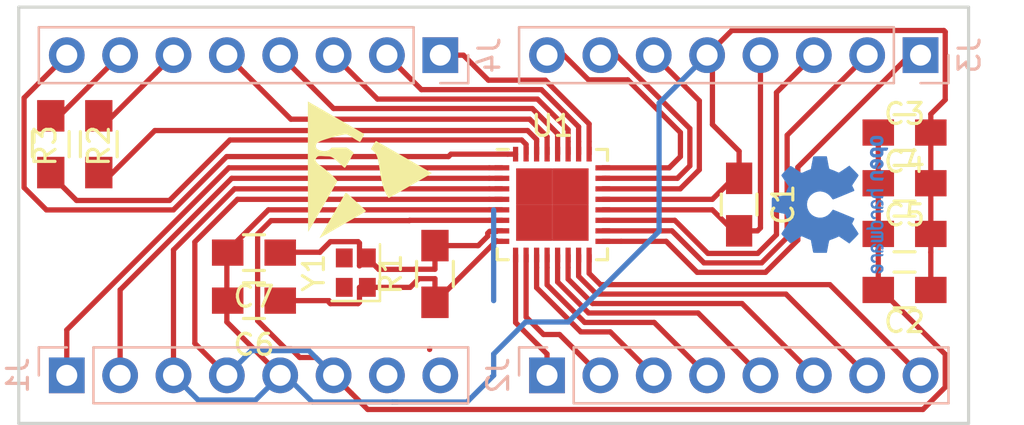
<source format=kicad_pcb>
(kicad_pcb (version 4) (host pcbnew 4.0.7)

  (general
    (links 0)
    (no_connects 3)
    (area 102.105 59.701714 151.068 83.879)
    (thickness 1.6)
    (drawings 4)
    (tracks 254)
    (zones 0)
    (modules 18)
    (nets 32)
  )

  (page A4)
  (title_block
    (title "atmega328mu breakout")
    (date 2018-02-14)
    (company "Special Brands BV")
  )

  (layers
    (0 F.Cu signal)
    (31 B.Cu signal)
    (32 B.Adhes user)
    (33 F.Adhes user)
    (34 B.Paste user)
    (35 F.Paste user)
    (36 B.SilkS user)
    (37 F.SilkS user)
    (38 B.Mask user)
    (39 F.Mask user)
    (40 Dwgs.User user)
    (41 Cmts.User user)
    (42 Eco1.User user)
    (43 Eco2.User user)
    (44 Edge.Cuts user)
    (45 Margin user)
    (46 B.CrtYd user)
    (47 F.CrtYd user)
    (48 B.Fab user)
    (49 F.Fab user)
  )

  (setup
    (last_trace_width 0.25)
    (trace_clearance 0.2)
    (zone_clearance 0.508)
    (zone_45_only no)
    (trace_min 0.2)
    (segment_width 0.2)
    (edge_width 0.15)
    (via_size 0.6)
    (via_drill 0.4)
    (via_min_size 0.4)
    (via_min_drill 0.3)
    (uvia_size 0.3)
    (uvia_drill 0.1)
    (uvias_allowed no)
    (uvia_min_size 0.2)
    (uvia_min_drill 0.1)
    (pcb_text_width 0.3)
    (pcb_text_size 1.5 1.5)
    (mod_edge_width 0.15)
    (mod_text_size 1 1)
    (mod_text_width 0.15)
    (pad_size 1.524 1.524)
    (pad_drill 0.762)
    (pad_to_mask_clearance 0.2)
    (aux_axis_origin 0 0)
    (visible_elements FFFFFF7F)
    (pcbplotparams
      (layerselection 0x00030_80000001)
      (usegerberextensions false)
      (excludeedgelayer true)
      (linewidth 0.100000)
      (plotframeref false)
      (viasonmask false)
      (mode 1)
      (useauxorigin false)
      (hpglpennumber 1)
      (hpglpenspeed 20)
      (hpglpendiameter 15)
      (hpglpenoverlay 2)
      (psnegative false)
      (psa4output false)
      (plotreference true)
      (plotvalue true)
      (plotinvisibletext false)
      (padsonsilk false)
      (subtractmaskfromsilk false)
      (outputformat 1)
      (mirror false)
      (drillshape 1)
      (scaleselection 1)
      (outputdirectory ""))
  )

  (net 0 "")
  (net 1 GND)
  (net 2 AREF)
  (net 3 VCC)
  (net 4 XTAL_N)
  (net 5 XTAL_P)
  (net 6 "Net-(J1-Pad1)")
  (net 7 "Net-(J1-Pad2)")
  (net 8 "Net-(J2-Pad1)")
  (net 9 "Net-(J2-Pad2)")
  (net 10 "Net-(J2-Pad3)")
  (net 11 "Net-(J2-Pad4)")
  (net 12 "Net-(J2-Pad5)")
  (net 13 "Net-(J2-Pad6)")
  (net 14 "Net-(J2-Pad7)")
  (net 15 "Net-(J2-Pad8)")
  (net 16 "Net-(J3-Pad1)")
  (net 17 AVCC)
  (net 18 ADC6)
  (net 19 ADC7)
  (net 20 "Net-(J3-Pad7)")
  (net 21 "Net-(J3-Pad8)")
  (net 22 "Net-(J4-Pad1)")
  (net 23 "Net-(J4-Pad2)")
  (net 24 "Net-(J4-Pad3)")
  (net 25 "Net-(J4-Pad4)")
  (net 26 "Net-(J4-Pad5)")
  (net 27 "Net-(J4-Pad6)")
  (net 28 "Net-(J4-Pad7)")
  (net 29 "Net-(J4-Pad8)")
  (net 30 "Net-(R2-Pad2)")
  (net 31 "Net-(R3-Pad2)")

  (net_class Default "This is the default net class."
    (clearance 0.2)
    (trace_width 0.25)
    (via_dia 0.6)
    (via_drill 0.4)
    (uvia_dia 0.3)
    (uvia_drill 0.1)
    (add_net ADC6)
    (add_net ADC7)
    (add_net AREF)
    (add_net AVCC)
    (add_net GND)
    (add_net "Net-(J1-Pad1)")
    (add_net "Net-(J1-Pad2)")
    (add_net "Net-(J2-Pad1)")
    (add_net "Net-(J2-Pad2)")
    (add_net "Net-(J2-Pad3)")
    (add_net "Net-(J2-Pad4)")
    (add_net "Net-(J2-Pad5)")
    (add_net "Net-(J2-Pad6)")
    (add_net "Net-(J2-Pad7)")
    (add_net "Net-(J2-Pad8)")
    (add_net "Net-(J3-Pad1)")
    (add_net "Net-(J3-Pad7)")
    (add_net "Net-(J3-Pad8)")
    (add_net "Net-(J4-Pad1)")
    (add_net "Net-(J4-Pad2)")
    (add_net "Net-(J4-Pad3)")
    (add_net "Net-(J4-Pad4)")
    (add_net "Net-(J4-Pad5)")
    (add_net "Net-(J4-Pad6)")
    (add_net "Net-(J4-Pad7)")
    (add_net "Net-(J4-Pad8)")
    (add_net "Net-(R2-Pad2)")
    (add_net "Net-(R3-Pad2)")
    (add_net VCC)
    (add_net XTAL_N)
    (add_net XTAL_P)
  )

  (module Capacitors_SMD:C_0805_HandSoldering (layer F.Cu) (tedit 541A9B8D) (tstamp 5A8404A0)
    (at 137.414 70.866 270)
    (descr "Capacitor SMD 0805, hand soldering")
    (tags "capacitor 0805")
    (path /5A830DF8)
    (attr smd)
    (fp_text reference C1 (at 0 -2.1 270) (layer F.SilkS)
      (effects (font (size 1 1) (thickness 0.15)))
    )
    (fp_text value 100nF (at 0 2.1 270) (layer F.Fab)
      (effects (font (size 1 1) (thickness 0.15)))
    )
    (fp_line (start -1 0.625) (end -1 -0.625) (layer F.Fab) (width 0.15))
    (fp_line (start 1 0.625) (end -1 0.625) (layer F.Fab) (width 0.15))
    (fp_line (start 1 -0.625) (end 1 0.625) (layer F.Fab) (width 0.15))
    (fp_line (start -1 -0.625) (end 1 -0.625) (layer F.Fab) (width 0.15))
    (fp_line (start -2.3 -1) (end 2.3 -1) (layer F.CrtYd) (width 0.05))
    (fp_line (start -2.3 1) (end 2.3 1) (layer F.CrtYd) (width 0.05))
    (fp_line (start -2.3 -1) (end -2.3 1) (layer F.CrtYd) (width 0.05))
    (fp_line (start 2.3 -1) (end 2.3 1) (layer F.CrtYd) (width 0.05))
    (fp_line (start 0.5 -0.85) (end -0.5 -0.85) (layer F.SilkS) (width 0.15))
    (fp_line (start -0.5 0.85) (end 0.5 0.85) (layer F.SilkS) (width 0.15))
    (pad 1 smd rect (at -1.25 0 270) (size 1.5 1.25) (layers F.Cu F.Paste F.Mask)
      (net 1 GND))
    (pad 2 smd rect (at 1.25 0 270) (size 1.5 1.25) (layers F.Cu F.Paste F.Mask)
      (net 2 AREF))
    (model Capacitors_SMD.3dshapes/C_0805_HandSoldering.wrl
      (at (xyz 0 0 0))
      (scale (xyz 1 1 1))
      (rotate (xyz 0 0 0))
    )
  )

  (module Capacitors_SMD:C_0805_HandSoldering (layer F.Cu) (tedit 5A843954) (tstamp 5A8404A6)
    (at 145.288 74.93 180)
    (descr "Capacitor SMD 0805, hand soldering")
    (tags "capacitor 0805")
    (path /5A8314AF)
    (attr smd)
    (fp_text reference C2 (at 0 -1.524 180) (layer F.SilkS)
      (effects (font (size 1 1) (thickness 0.15)))
    )
    (fp_text value C (at 0 2.1 180) (layer F.Fab)
      (effects (font (size 1 1) (thickness 0.15)))
    )
    (fp_line (start -1 0.625) (end -1 -0.625) (layer F.Fab) (width 0.15))
    (fp_line (start 1 0.625) (end -1 0.625) (layer F.Fab) (width 0.15))
    (fp_line (start 1 -0.625) (end 1 0.625) (layer F.Fab) (width 0.15))
    (fp_line (start -1 -0.625) (end 1 -0.625) (layer F.Fab) (width 0.15))
    (fp_line (start -2.3 -1) (end 2.3 -1) (layer F.CrtYd) (width 0.05))
    (fp_line (start -2.3 1) (end 2.3 1) (layer F.CrtYd) (width 0.05))
    (fp_line (start -2.3 -1) (end -2.3 1) (layer F.CrtYd) (width 0.05))
    (fp_line (start 2.3 -1) (end 2.3 1) (layer F.CrtYd) (width 0.05))
    (fp_line (start 0.5 -0.85) (end -0.5 -0.85) (layer F.SilkS) (width 0.15))
    (fp_line (start -0.5 0.85) (end 0.5 0.85) (layer F.SilkS) (width 0.15))
    (pad 1 smd rect (at -1.25 0 180) (size 1.5 1.25) (layers F.Cu F.Paste F.Mask)
      (net 1 GND))
    (pad 2 smd rect (at 1.25 0 180) (size 1.5 1.25) (layers F.Cu F.Paste F.Mask)
      (net 3 VCC))
    (model Capacitors_SMD.3dshapes/C_0805_HandSoldering.wrl
      (at (xyz 0 0 0))
      (scale (xyz 1 1 1))
      (rotate (xyz 0 0 0))
    )
  )

  (module Capacitors_SMD:C_0805_HandSoldering (layer F.Cu) (tedit 5A843917) (tstamp 5A8404AC)
    (at 145.288 67.437)
    (descr "Capacitor SMD 0805, hand soldering")
    (tags "capacitor 0805")
    (path /5A8314EF)
    (attr smd)
    (fp_text reference C3 (at 0 -0.889) (layer F.SilkS)
      (effects (font (size 1 1) (thickness 0.15)))
    )
    (fp_text value C (at 0 2.1) (layer F.Fab)
      (effects (font (size 1 1) (thickness 0.15)))
    )
    (fp_line (start -1 0.625) (end -1 -0.625) (layer F.Fab) (width 0.15))
    (fp_line (start 1 0.625) (end -1 0.625) (layer F.Fab) (width 0.15))
    (fp_line (start 1 -0.625) (end 1 0.625) (layer F.Fab) (width 0.15))
    (fp_line (start -1 -0.625) (end 1 -0.625) (layer F.Fab) (width 0.15))
    (fp_line (start -2.3 -1) (end 2.3 -1) (layer F.CrtYd) (width 0.05))
    (fp_line (start -2.3 1) (end 2.3 1) (layer F.CrtYd) (width 0.05))
    (fp_line (start -2.3 -1) (end -2.3 1) (layer F.CrtYd) (width 0.05))
    (fp_line (start 2.3 -1) (end 2.3 1) (layer F.CrtYd) (width 0.05))
    (fp_line (start 0.5 -0.85) (end -0.5 -0.85) (layer F.SilkS) (width 0.15))
    (fp_line (start -0.5 0.85) (end 0.5 0.85) (layer F.SilkS) (width 0.15))
    (pad 1 smd rect (at -1.25 0) (size 1.5 1.25) (layers F.Cu F.Paste F.Mask)
      (net 3 VCC))
    (pad 2 smd rect (at 1.25 0) (size 1.5 1.25) (layers F.Cu F.Paste F.Mask)
      (net 1 GND))
    (model Capacitors_SMD.3dshapes/C_0805_HandSoldering.wrl
      (at (xyz 0 0 0))
      (scale (xyz 1 1 1))
      (rotate (xyz 0 0 0))
    )
  )

  (module Capacitors_SMD:C_0805_HandSoldering (layer F.Cu) (tedit 5A843945) (tstamp 5A8404B2)
    (at 145.288 69.85 180)
    (descr "Capacitor SMD 0805, hand soldering")
    (tags "capacitor 0805")
    (path /5A831562)
    (attr smd)
    (fp_text reference C4 (at 0 1.016 180) (layer F.SilkS)
      (effects (font (size 1 1) (thickness 0.15)))
    )
    (fp_text value C (at 0 2.1 180) (layer F.Fab)
      (effects (font (size 1 1) (thickness 0.15)))
    )
    (fp_line (start -1 0.625) (end -1 -0.625) (layer F.Fab) (width 0.15))
    (fp_line (start 1 0.625) (end -1 0.625) (layer F.Fab) (width 0.15))
    (fp_line (start 1 -0.625) (end 1 0.625) (layer F.Fab) (width 0.15))
    (fp_line (start -1 -0.625) (end 1 -0.625) (layer F.Fab) (width 0.15))
    (fp_line (start -2.3 -1) (end 2.3 -1) (layer F.CrtYd) (width 0.05))
    (fp_line (start -2.3 1) (end 2.3 1) (layer F.CrtYd) (width 0.05))
    (fp_line (start -2.3 -1) (end -2.3 1) (layer F.CrtYd) (width 0.05))
    (fp_line (start 2.3 -1) (end 2.3 1) (layer F.CrtYd) (width 0.05))
    (fp_line (start 0.5 -0.85) (end -0.5 -0.85) (layer F.SilkS) (width 0.15))
    (fp_line (start -0.5 0.85) (end 0.5 0.85) (layer F.SilkS) (width 0.15))
    (pad 1 smd rect (at -1.25 0 180) (size 1.5 1.25) (layers F.Cu F.Paste F.Mask)
      (net 1 GND))
    (pad 2 smd rect (at 1.25 0 180) (size 1.5 1.25) (layers F.Cu F.Paste F.Mask)
      (net 3 VCC))
    (model Capacitors_SMD.3dshapes/C_0805_HandSoldering.wrl
      (at (xyz 0 0 0))
      (scale (xyz 1 1 1))
      (rotate (xyz 0 0 0))
    )
  )

  (module Capacitors_SMD:C_0805_HandSoldering (layer F.Cu) (tedit 5A84394C) (tstamp 5A8404B8)
    (at 145.288 72.263 180)
    (descr "Capacitor SMD 0805, hand soldering")
    (tags "capacitor 0805")
    (path /5A831595)
    (attr smd)
    (fp_text reference C5 (at 0 0.889 180) (layer F.SilkS)
      (effects (font (size 1 1) (thickness 0.15)))
    )
    (fp_text value C (at -5.08 2.413 180) (layer F.Fab)
      (effects (font (size 1 1) (thickness 0.15)))
    )
    (fp_line (start -1 0.625) (end -1 -0.625) (layer F.Fab) (width 0.15))
    (fp_line (start 1 0.625) (end -1 0.625) (layer F.Fab) (width 0.15))
    (fp_line (start 1 -0.625) (end 1 0.625) (layer F.Fab) (width 0.15))
    (fp_line (start -1 -0.625) (end 1 -0.625) (layer F.Fab) (width 0.15))
    (fp_line (start -2.3 -1) (end 2.3 -1) (layer F.CrtYd) (width 0.05))
    (fp_line (start -2.3 1) (end 2.3 1) (layer F.CrtYd) (width 0.05))
    (fp_line (start -2.3 -1) (end -2.3 1) (layer F.CrtYd) (width 0.05))
    (fp_line (start 2.3 -1) (end 2.3 1) (layer F.CrtYd) (width 0.05))
    (fp_line (start 0.5 -0.85) (end -0.5 -0.85) (layer F.SilkS) (width 0.15))
    (fp_line (start -0.5 0.85) (end 0.5 0.85) (layer F.SilkS) (width 0.15))
    (pad 1 smd rect (at -1.25 0 180) (size 1.5 1.25) (layers F.Cu F.Paste F.Mask)
      (net 1 GND))
    (pad 2 smd rect (at 1.25 0 180) (size 1.5 1.25) (layers F.Cu F.Paste F.Mask)
      (net 3 VCC))
    (model Capacitors_SMD.3dshapes/C_0805_HandSoldering.wrl
      (at (xyz 0 0 0))
      (scale (xyz 1 1 1))
      (rotate (xyz 0 0 0))
    )
  )

  (module Capacitors_SMD:C_0805_HandSoldering (layer F.Cu) (tedit 541A9B8D) (tstamp 5A8404BE)
    (at 114.32 75.438 180)
    (descr "Capacitor SMD 0805, hand soldering")
    (tags "capacitor 0805")
    (path /5A82FD2D)
    (attr smd)
    (fp_text reference C6 (at 0 -2.1 180) (layer F.SilkS)
      (effects (font (size 1 1) (thickness 0.15)))
    )
    (fp_text value 22pF (at 0 2.1 180) (layer F.Fab)
      (effects (font (size 1 1) (thickness 0.15)))
    )
    (fp_line (start -1 0.625) (end -1 -0.625) (layer F.Fab) (width 0.15))
    (fp_line (start 1 0.625) (end -1 0.625) (layer F.Fab) (width 0.15))
    (fp_line (start 1 -0.625) (end 1 0.625) (layer F.Fab) (width 0.15))
    (fp_line (start -1 -0.625) (end 1 -0.625) (layer F.Fab) (width 0.15))
    (fp_line (start -2.3 -1) (end 2.3 -1) (layer F.CrtYd) (width 0.05))
    (fp_line (start -2.3 1) (end 2.3 1) (layer F.CrtYd) (width 0.05))
    (fp_line (start -2.3 -1) (end -2.3 1) (layer F.CrtYd) (width 0.05))
    (fp_line (start 2.3 -1) (end 2.3 1) (layer F.CrtYd) (width 0.05))
    (fp_line (start 0.5 -0.85) (end -0.5 -0.85) (layer F.SilkS) (width 0.15))
    (fp_line (start -0.5 0.85) (end 0.5 0.85) (layer F.SilkS) (width 0.15))
    (pad 1 smd rect (at -1.25 0 180) (size 1.5 1.25) (layers F.Cu F.Paste F.Mask)
      (net 4 XTAL_N))
    (pad 2 smd rect (at 1.25 0 180) (size 1.5 1.25) (layers F.Cu F.Paste F.Mask)
      (net 1 GND))
    (model Capacitors_SMD.3dshapes/C_0805_HandSoldering.wrl
      (at (xyz 0 0 0))
      (scale (xyz 1 1 1))
      (rotate (xyz 0 0 0))
    )
  )

  (module Capacitors_SMD:C_0805_HandSoldering (layer F.Cu) (tedit 541A9B8D) (tstamp 5A8404C4)
    (at 114.32 73.152 180)
    (descr "Capacitor SMD 0805, hand soldering")
    (tags "capacitor 0805")
    (path /5A82FD58)
    (attr smd)
    (fp_text reference C7 (at 0 -2.1 180) (layer F.SilkS)
      (effects (font (size 1 1) (thickness 0.15)))
    )
    (fp_text value 22pF (at 0 2.1 180) (layer F.Fab)
      (effects (font (size 1 1) (thickness 0.15)))
    )
    (fp_line (start -1 0.625) (end -1 -0.625) (layer F.Fab) (width 0.15))
    (fp_line (start 1 0.625) (end -1 0.625) (layer F.Fab) (width 0.15))
    (fp_line (start 1 -0.625) (end 1 0.625) (layer F.Fab) (width 0.15))
    (fp_line (start -1 -0.625) (end 1 -0.625) (layer F.Fab) (width 0.15))
    (fp_line (start -2.3 -1) (end 2.3 -1) (layer F.CrtYd) (width 0.05))
    (fp_line (start -2.3 1) (end 2.3 1) (layer F.CrtYd) (width 0.05))
    (fp_line (start -2.3 -1) (end -2.3 1) (layer F.CrtYd) (width 0.05))
    (fp_line (start 2.3 -1) (end 2.3 1) (layer F.CrtYd) (width 0.05))
    (fp_line (start 0.5 -0.85) (end -0.5 -0.85) (layer F.SilkS) (width 0.15))
    (fp_line (start -0.5 0.85) (end 0.5 0.85) (layer F.SilkS) (width 0.15))
    (pad 1 smd rect (at -1.25 0 180) (size 1.5 1.25) (layers F.Cu F.Paste F.Mask)
      (net 5 XTAL_P))
    (pad 2 smd rect (at 1.25 0 180) (size 1.5 1.25) (layers F.Cu F.Paste F.Mask)
      (net 1 GND))
    (model Capacitors_SMD.3dshapes/C_0805_HandSoldering.wrl
      (at (xyz 0 0 0))
      (scale (xyz 1 1 1))
      (rotate (xyz 0 0 0))
    )
  )

  (module Resistors_SMD:R_0805_HandSoldering (layer F.Cu) (tedit 58307B90) (tstamp 5A8404FA)
    (at 122.936 74.168 90)
    (descr "Resistor SMD 0805, hand soldering")
    (tags "resistor 0805")
    (path /5A82FCF7)
    (attr smd)
    (fp_text reference R1 (at 0 -2.1 90) (layer F.SilkS)
      (effects (font (size 1 1) (thickness 0.15)))
    )
    (fp_text value 1M1 (at 0 2.1 90) (layer F.Fab)
      (effects (font (size 1 1) (thickness 0.15)))
    )
    (fp_line (start -1 0.625) (end -1 -0.625) (layer F.Fab) (width 0.1))
    (fp_line (start 1 0.625) (end -1 0.625) (layer F.Fab) (width 0.1))
    (fp_line (start 1 -0.625) (end 1 0.625) (layer F.Fab) (width 0.1))
    (fp_line (start -1 -0.625) (end 1 -0.625) (layer F.Fab) (width 0.1))
    (fp_line (start -2.4 -1) (end 2.4 -1) (layer F.CrtYd) (width 0.05))
    (fp_line (start -2.4 1) (end 2.4 1) (layer F.CrtYd) (width 0.05))
    (fp_line (start -2.4 -1) (end -2.4 1) (layer F.CrtYd) (width 0.05))
    (fp_line (start 2.4 -1) (end 2.4 1) (layer F.CrtYd) (width 0.05))
    (fp_line (start 0.6 0.875) (end -0.6 0.875) (layer F.SilkS) (width 0.15))
    (fp_line (start -0.6 -0.875) (end 0.6 -0.875) (layer F.SilkS) (width 0.15))
    (pad 1 smd rect (at -1.35 0 90) (size 1.5 1.3) (layers F.Cu F.Paste F.Mask)
      (net 4 XTAL_N))
    (pad 2 smd rect (at 1.35 0 90) (size 1.5 1.3) (layers F.Cu F.Paste F.Mask)
      (net 5 XTAL_P))
    (model Resistors_SMD.3dshapes/R_0805_HandSoldering.wrl
      (at (xyz 0 0 0))
      (scale (xyz 1 1 1))
      (rotate (xyz 0 0 0))
    )
  )

  (module Resistors_SMD:R_0805_HandSoldering (layer F.Cu) (tedit 5A8438C9) (tstamp 5A840500)
    (at 106.934 67.992 270)
    (descr "Resistor SMD 0805, hand soldering")
    (tags "resistor 0805")
    (path /5A831628)
    (attr smd)
    (fp_text reference R2 (at 0.08 0 270) (layer F.SilkS)
      (effects (font (size 1 1) (thickness 0.15)))
    )
    (fp_text value 1k (at 0.08 -1.778 270) (layer F.Fab)
      (effects (font (size 1 1) (thickness 0.15)))
    )
    (fp_line (start -1 0.625) (end -1 -0.625) (layer F.Fab) (width 0.1))
    (fp_line (start 1 0.625) (end -1 0.625) (layer F.Fab) (width 0.1))
    (fp_line (start 1 -0.625) (end 1 0.625) (layer F.Fab) (width 0.1))
    (fp_line (start -1 -0.625) (end 1 -0.625) (layer F.Fab) (width 0.1))
    (fp_line (start -2.4 -1) (end 2.4 -1) (layer F.CrtYd) (width 0.05))
    (fp_line (start -2.4 1) (end 2.4 1) (layer F.CrtYd) (width 0.05))
    (fp_line (start -2.4 -1) (end -2.4 1) (layer F.CrtYd) (width 0.05))
    (fp_line (start 2.4 -1) (end 2.4 1) (layer F.CrtYd) (width 0.05))
    (fp_line (start 0.6 0.875) (end -0.6 0.875) (layer F.SilkS) (width 0.15))
    (fp_line (start -0.6 -0.875) (end 0.6 -0.875) (layer F.SilkS) (width 0.15))
    (pad 1 smd rect (at -1.35 0 270) (size 1.5 1.3) (layers F.Cu F.Paste F.Mask)
      (net 27 "Net-(J4-Pad6)"))
    (pad 2 smd rect (at 1.35 0 270) (size 1.5 1.3) (layers F.Cu F.Paste F.Mask)
      (net 30 "Net-(R2-Pad2)"))
    (model Resistors_SMD.3dshapes/R_0805_HandSoldering.wrl
      (at (xyz 0 0 0))
      (scale (xyz 1 1 1))
      (rotate (xyz 0 0 0))
    )
  )

  (module Resistors_SMD:R_0805_HandSoldering (layer F.Cu) (tedit 5A8438BE) (tstamp 5A840506)
    (at 104.648 67.992 270)
    (descr "Resistor SMD 0805, hand soldering")
    (tags "resistor 0805")
    (path /5A8315CE)
    (attr smd)
    (fp_text reference R3 (at 0.08 0.254 450) (layer F.SilkS)
      (effects (font (size 1 1) (thickness 0.15)))
    )
    (fp_text value 1k (at 0.08 -0.762 270) (layer F.Fab)
      (effects (font (size 1 1) (thickness 0.15)))
    )
    (fp_line (start -1 0.625) (end -1 -0.625) (layer F.Fab) (width 0.1))
    (fp_line (start 1 0.625) (end -1 0.625) (layer F.Fab) (width 0.1))
    (fp_line (start 1 -0.625) (end 1 0.625) (layer F.Fab) (width 0.1))
    (fp_line (start -1 -0.625) (end 1 -0.625) (layer F.Fab) (width 0.1))
    (fp_line (start -2.4 -1) (end 2.4 -1) (layer F.CrtYd) (width 0.05))
    (fp_line (start -2.4 1) (end 2.4 1) (layer F.CrtYd) (width 0.05))
    (fp_line (start -2.4 -1) (end -2.4 1) (layer F.CrtYd) (width 0.05))
    (fp_line (start 2.4 -1) (end 2.4 1) (layer F.CrtYd) (width 0.05))
    (fp_line (start 0.6 0.875) (end -0.6 0.875) (layer F.SilkS) (width 0.15))
    (fp_line (start -0.6 -0.875) (end 0.6 -0.875) (layer F.SilkS) (width 0.15))
    (pad 1 smd rect (at -1.35 0 270) (size 1.5 1.3) (layers F.Cu F.Paste F.Mask)
      (net 28 "Net-(J4-Pad7)"))
    (pad 2 smd rect (at 1.35 0 270) (size 1.5 1.3) (layers F.Cu F.Paste F.Mask)
      (net 31 "Net-(R3-Pad2)"))
    (model Resistors_SMD.3dshapes/R_0805_HandSoldering.wrl
      (at (xyz 0 0 0))
      (scale (xyz 1 1 1))
      (rotate (xyz 0 0 0))
    )
  )

  (module Housings_DFN_QFN:QFN-32-1EP_5x5mm_Pitch0.5mm (layer F.Cu) (tedit 54130A77) (tstamp 5A84052E)
    (at 128.524 70.866)
    (descr "UH Package; 32-Lead Plastic QFN (5mm x 5mm); (see Linear Technology QFN_32_05-08-1693.pdf)")
    (tags "QFN 0.5")
    (path /5A82FBBB)
    (attr smd)
    (fp_text reference U1 (at 0 -3.75) (layer F.SilkS)
      (effects (font (size 1 1) (thickness 0.15)))
    )
    (fp_text value ATMEGA328-MU (at 0 3.75) (layer F.Fab)
      (effects (font (size 1 1) (thickness 0.15)))
    )
    (fp_line (start -1.5 -2.5) (end 2.5 -2.5) (layer F.Fab) (width 0.15))
    (fp_line (start 2.5 -2.5) (end 2.5 2.5) (layer F.Fab) (width 0.15))
    (fp_line (start 2.5 2.5) (end -2.5 2.5) (layer F.Fab) (width 0.15))
    (fp_line (start -2.5 2.5) (end -2.5 -1.5) (layer F.Fab) (width 0.15))
    (fp_line (start -2.5 -1.5) (end -1.5 -2.5) (layer F.Fab) (width 0.15))
    (fp_line (start -3 -3) (end -3 3) (layer F.CrtYd) (width 0.05))
    (fp_line (start 3 -3) (end 3 3) (layer F.CrtYd) (width 0.05))
    (fp_line (start -3 -3) (end 3 -3) (layer F.CrtYd) (width 0.05))
    (fp_line (start -3 3) (end 3 3) (layer F.CrtYd) (width 0.05))
    (fp_line (start 2.625 -2.625) (end 2.625 -2.1) (layer F.SilkS) (width 0.15))
    (fp_line (start -2.625 2.625) (end -2.625 2.1) (layer F.SilkS) (width 0.15))
    (fp_line (start 2.625 2.625) (end 2.625 2.1) (layer F.SilkS) (width 0.15))
    (fp_line (start -2.625 -2.625) (end -2.1 -2.625) (layer F.SilkS) (width 0.15))
    (fp_line (start -2.625 2.625) (end -2.1 2.625) (layer F.SilkS) (width 0.15))
    (fp_line (start 2.625 2.625) (end 2.1 2.625) (layer F.SilkS) (width 0.15))
    (fp_line (start 2.625 -2.625) (end 2.1 -2.625) (layer F.SilkS) (width 0.15))
    (pad 1 smd rect (at -2.4 -1.75) (size 0.7 0.25) (layers F.Cu F.Paste F.Mask)
      (net 6 "Net-(J1-Pad1)"))
    (pad 2 smd rect (at -2.4 -1.25) (size 0.7 0.25) (layers F.Cu F.Paste F.Mask)
      (net 7 "Net-(J1-Pad2)"))
    (pad 3 smd rect (at -2.4 -0.75) (size 0.7 0.25) (layers F.Cu F.Paste F.Mask)
      (net 1 GND))
    (pad 4 smd rect (at -2.4 -0.25) (size 0.7 0.25) (layers F.Cu F.Paste F.Mask)
      (net 3 VCC))
    (pad 5 smd rect (at -2.4 0.25) (size 0.7 0.25) (layers F.Cu F.Paste F.Mask)
      (net 1 GND))
    (pad 6 smd rect (at -2.4 0.75) (size 0.7 0.25) (layers F.Cu F.Paste F.Mask)
      (net 3 VCC))
    (pad 7 smd rect (at -2.4 1.25) (size 0.7 0.25) (layers F.Cu F.Paste F.Mask)
      (net 5 XTAL_P))
    (pad 8 smd rect (at -2.4 1.75) (size 0.7 0.25) (layers F.Cu F.Paste F.Mask)
      (net 4 XTAL_N))
    (pad 9 smd rect (at -1.75 2.4 90) (size 0.7 0.25) (layers F.Cu F.Paste F.Mask)
      (net 8 "Net-(J2-Pad1)"))
    (pad 10 smd rect (at -1.25 2.4 90) (size 0.7 0.25) (layers F.Cu F.Paste F.Mask)
      (net 9 "Net-(J2-Pad2)"))
    (pad 11 smd rect (at -0.75 2.4 90) (size 0.7 0.25) (layers F.Cu F.Paste F.Mask)
      (net 10 "Net-(J2-Pad3)"))
    (pad 12 smd rect (at -0.25 2.4 90) (size 0.7 0.25) (layers F.Cu F.Paste F.Mask)
      (net 11 "Net-(J2-Pad4)"))
    (pad 13 smd rect (at 0.25 2.4 90) (size 0.7 0.25) (layers F.Cu F.Paste F.Mask)
      (net 12 "Net-(J2-Pad5)"))
    (pad 14 smd rect (at 0.75 2.4 90) (size 0.7 0.25) (layers F.Cu F.Paste F.Mask)
      (net 13 "Net-(J2-Pad6)"))
    (pad 15 smd rect (at 1.25 2.4 90) (size 0.7 0.25) (layers F.Cu F.Paste F.Mask)
      (net 14 "Net-(J2-Pad7)"))
    (pad 16 smd rect (at 1.75 2.4 90) (size 0.7 0.25) (layers F.Cu F.Paste F.Mask)
      (net 15 "Net-(J2-Pad8)"))
    (pad 17 smd rect (at 2.4 1.75) (size 0.7 0.25) (layers F.Cu F.Paste F.Mask)
      (net 16 "Net-(J3-Pad1)"))
    (pad 18 smd rect (at 2.4 1.25) (size 0.7 0.25) (layers F.Cu F.Paste F.Mask)
      (net 17 AVCC))
    (pad 19 smd rect (at 2.4 0.75) (size 0.7 0.25) (layers F.Cu F.Paste F.Mask)
      (net 18 ADC6))
    (pad 20 smd rect (at 2.4 0.25) (size 0.7 0.25) (layers F.Cu F.Paste F.Mask)
      (net 2 AREF))
    (pad 21 smd rect (at 2.4 -0.25) (size 0.7 0.25) (layers F.Cu F.Paste F.Mask)
      (net 1 GND))
    (pad 22 smd rect (at 2.4 -0.75) (size 0.7 0.25) (layers F.Cu F.Paste F.Mask)
      (net 19 ADC7))
    (pad 23 smd rect (at 2.4 -1.25) (size 0.7 0.25) (layers F.Cu F.Paste F.Mask)
      (net 20 "Net-(J3-Pad7)"))
    (pad 24 smd rect (at 2.4 -1.75) (size 0.7 0.25) (layers F.Cu F.Paste F.Mask)
      (net 21 "Net-(J3-Pad8)"))
    (pad 25 smd rect (at 1.75 -2.4 90) (size 0.7 0.25) (layers F.Cu F.Paste F.Mask)
      (net 22 "Net-(J4-Pad1)"))
    (pad 26 smd rect (at 1.25 -2.4 90) (size 0.7 0.25) (layers F.Cu F.Paste F.Mask)
      (net 23 "Net-(J4-Pad2)"))
    (pad 27 smd rect (at 0.75 -2.4 90) (size 0.7 0.25) (layers F.Cu F.Paste F.Mask)
      (net 24 "Net-(J4-Pad3)"))
    (pad 28 smd rect (at 0.25 -2.4 90) (size 0.7 0.25) (layers F.Cu F.Paste F.Mask)
      (net 25 "Net-(J4-Pad4)"))
    (pad 29 smd rect (at -0.25 -2.4 90) (size 0.7 0.25) (layers F.Cu F.Paste F.Mask)
      (net 26 "Net-(J4-Pad5)"))
    (pad 30 smd rect (at -0.75 -2.4 90) (size 0.7 0.25) (layers F.Cu F.Paste F.Mask)
      (net 30 "Net-(R2-Pad2)"))
    (pad 31 smd rect (at -1.25 -2.4 90) (size 0.7 0.25) (layers F.Cu F.Paste F.Mask)
      (net 31 "Net-(R3-Pad2)"))
    (pad 32 smd rect (at -1.75 -2.4 90) (size 0.7 0.25) (layers F.Cu F.Paste F.Mask)
      (net 29 "Net-(J4-Pad8)"))
    (pad 33 smd rect (at 0.8625 0.8625) (size 1.725 1.725) (layers F.Cu F.Paste F.Mask)
      (solder_paste_margin_ratio -0.2))
    (pad 33 smd rect (at 0.8625 -0.8625) (size 1.725 1.725) (layers F.Cu F.Paste F.Mask)
      (solder_paste_margin_ratio -0.2))
    (pad 33 smd rect (at -0.8625 0.8625) (size 1.725 1.725) (layers F.Cu F.Paste F.Mask)
      (solder_paste_margin_ratio -0.2))
    (pad 33 smd rect (at -0.8625 -0.8625) (size 1.725 1.725) (layers F.Cu F.Paste F.Mask)
      (solder_paste_margin_ratio -0.2))
    (model Housings_DFN_QFN.3dshapes/QFN-32-1EP_5x5mm_Pitch0.5mm.wrl
      (at (xyz 0 0 0))
      (scale (xyz 1 1 1))
      (rotate (xyz 0 0 0))
    )
  )

  (module Pin_Headers:Pin_Header_Straight_1x08_Pitch2.54mm locked (layer B.Cu) (tedit 5A843B0F) (tstamp 5A8415A0)
    (at 105.41 78.994 270)
    (descr "Through hole straight pin header, 1x08, 2.54mm pitch, single row")
    (tags "Through hole pin header THT 1x08 2.54mm single row")
    (path /5A82FC06)
    (fp_text reference J1 (at 0 2.33 270) (layer B.SilkS)
      (effects (font (size 1 1) (thickness 0.15)) (justify mirror))
    )
    (fp_text value Conn_01x08 (at 3.81 -9.398 360) (layer B.Fab) hide
      (effects (font (size 1 1) (thickness 0.15)) (justify mirror))
    )
    (fp_line (start -0.635 1.27) (end 1.27 1.27) (layer B.Fab) (width 0.1))
    (fp_line (start 1.27 1.27) (end 1.27 -19.05) (layer B.Fab) (width 0.1))
    (fp_line (start 1.27 -19.05) (end -1.27 -19.05) (layer B.Fab) (width 0.1))
    (fp_line (start -1.27 -19.05) (end -1.27 0.635) (layer B.Fab) (width 0.1))
    (fp_line (start -1.27 0.635) (end -0.635 1.27) (layer B.Fab) (width 0.1))
    (fp_line (start -1.33 -19.11) (end 1.33 -19.11) (layer B.SilkS) (width 0.12))
    (fp_line (start -1.33 -1.27) (end -1.33 -19.11) (layer B.SilkS) (width 0.12))
    (fp_line (start 1.33 -1.27) (end 1.33 -19.11) (layer B.SilkS) (width 0.12))
    (fp_line (start -1.33 -1.27) (end 1.33 -1.27) (layer B.SilkS) (width 0.12))
    (fp_line (start -1.33 0) (end -1.33 1.33) (layer B.SilkS) (width 0.12))
    (fp_line (start -1.33 1.33) (end 0 1.33) (layer B.SilkS) (width 0.12))
    (fp_line (start -1.8 1.8) (end -1.8 -19.55) (layer B.CrtYd) (width 0.05))
    (fp_line (start -1.8 -19.55) (end 1.8 -19.55) (layer B.CrtYd) (width 0.05))
    (fp_line (start 1.8 -19.55) (end 1.8 1.8) (layer B.CrtYd) (width 0.05))
    (fp_line (start 1.8 1.8) (end -1.8 1.8) (layer B.CrtYd) (width 0.05))
    (fp_text user %R (at 1.524 -8.89 540) (layer B.Fab)
      (effects (font (size 1 1) (thickness 0.15)) (justify mirror))
    )
    (pad 1 thru_hole rect (at 0 0 270) (size 1.7 1.7) (drill 1) (layers *.Cu *.Mask)
      (net 6 "Net-(J1-Pad1)"))
    (pad 2 thru_hole oval (at 0 -2.54 270) (size 1.7 1.7) (drill 1) (layers *.Cu *.Mask)
      (net 7 "Net-(J1-Pad2)"))
    (pad 3 thru_hole oval (at 0 -5.08 270) (size 1.7 1.7) (drill 1) (layers *.Cu *.Mask)
      (net 1 GND))
    (pad 4 thru_hole oval (at 0 -7.62 270) (size 1.7 1.7) (drill 1) (layers *.Cu *.Mask)
      (net 3 VCC))
    (pad 5 thru_hole oval (at 0 -10.16 270) (size 1.7 1.7) (drill 1) (layers *.Cu *.Mask)
      (net 1 GND))
    (pad 6 thru_hole oval (at 0 -12.7 270) (size 1.7 1.7) (drill 1) (layers *.Cu *.Mask)
      (net 3 VCC))
    (pad 7 thru_hole oval (at 0 -15.24 270) (size 1.7 1.7) (drill 1) (layers *.Cu *.Mask)
      (net 5 XTAL_P))
    (pad 8 thru_hole oval (at 0 -17.78 270) (size 1.7 1.7) (drill 1) (layers *.Cu *.Mask)
      (net 4 XTAL_N))
    (model ${KISYS3DMOD}/Pin_Headers.3dshapes/Pin_Header_Straight_1x08_Pitch2.54mm.wrl
      (at (xyz 0 0 0))
      (scale (xyz 1 1 1))
      (rotate (xyz 0 0 0))
    )
  )

  (module Pin_Headers:Pin_Header_Straight_1x08_Pitch2.54mm locked (layer B.Cu) (tedit 5A843B15) (tstamp 5A8415AB)
    (at 128.27 78.994 270)
    (descr "Through hole straight pin header, 1x08, 2.54mm pitch, single row")
    (tags "Through hole pin header THT 1x08 2.54mm single row")
    (path /5A82FC32)
    (fp_text reference J2 (at 0 2.33 270) (layer B.SilkS)
      (effects (font (size 1 1) (thickness 0.15)) (justify mirror))
    )
    (fp_text value Conn_01x08 (at 0 -20.11 270) (layer B.Fab) hide
      (effects (font (size 1 1) (thickness 0.15)) (justify mirror))
    )
    (fp_line (start -0.635 1.27) (end 1.27 1.27) (layer B.Fab) (width 0.1))
    (fp_line (start 1.27 1.27) (end 1.27 -19.05) (layer B.Fab) (width 0.1))
    (fp_line (start 1.27 -19.05) (end -1.27 -19.05) (layer B.Fab) (width 0.1))
    (fp_line (start -1.27 -19.05) (end -1.27 0.635) (layer B.Fab) (width 0.1))
    (fp_line (start -1.27 0.635) (end -0.635 1.27) (layer B.Fab) (width 0.1))
    (fp_line (start -1.33 -19.11) (end 1.33 -19.11) (layer B.SilkS) (width 0.12))
    (fp_line (start -1.33 -1.27) (end -1.33 -19.11) (layer B.SilkS) (width 0.12))
    (fp_line (start 1.33 -1.27) (end 1.33 -19.11) (layer B.SilkS) (width 0.12))
    (fp_line (start -1.33 -1.27) (end 1.33 -1.27) (layer B.SilkS) (width 0.12))
    (fp_line (start -1.33 0) (end -1.33 1.33) (layer B.SilkS) (width 0.12))
    (fp_line (start -1.33 1.33) (end 0 1.33) (layer B.SilkS) (width 0.12))
    (fp_line (start -1.8 1.8) (end -1.8 -19.55) (layer B.CrtYd) (width 0.05))
    (fp_line (start -1.8 -19.55) (end 1.8 -19.55) (layer B.CrtYd) (width 0.05))
    (fp_line (start 1.8 -19.55) (end 1.8 1.8) (layer B.CrtYd) (width 0.05))
    (fp_line (start 1.8 1.8) (end -1.8 1.8) (layer B.CrtYd) (width 0.05))
    (fp_text user %R (at 1.524 -8.89 540) (layer B.Fab)
      (effects (font (size 1 1) (thickness 0.15)) (justify mirror))
    )
    (pad 1 thru_hole rect (at 0 0 270) (size 1.7 1.7) (drill 1) (layers *.Cu *.Mask)
      (net 8 "Net-(J2-Pad1)"))
    (pad 2 thru_hole oval (at 0 -2.54 270) (size 1.7 1.7) (drill 1) (layers *.Cu *.Mask)
      (net 9 "Net-(J2-Pad2)"))
    (pad 3 thru_hole oval (at 0 -5.08 270) (size 1.7 1.7) (drill 1) (layers *.Cu *.Mask)
      (net 10 "Net-(J2-Pad3)"))
    (pad 4 thru_hole oval (at 0 -7.62 270) (size 1.7 1.7) (drill 1) (layers *.Cu *.Mask)
      (net 11 "Net-(J2-Pad4)"))
    (pad 5 thru_hole oval (at 0 -10.16 270) (size 1.7 1.7) (drill 1) (layers *.Cu *.Mask)
      (net 12 "Net-(J2-Pad5)"))
    (pad 6 thru_hole oval (at 0 -12.7 270) (size 1.7 1.7) (drill 1) (layers *.Cu *.Mask)
      (net 13 "Net-(J2-Pad6)"))
    (pad 7 thru_hole oval (at 0 -15.24 270) (size 1.7 1.7) (drill 1) (layers *.Cu *.Mask)
      (net 14 "Net-(J2-Pad7)"))
    (pad 8 thru_hole oval (at 0 -17.78 270) (size 1.7 1.7) (drill 1) (layers *.Cu *.Mask)
      (net 15 "Net-(J2-Pad8)"))
    (model ${KISYS3DMOD}/Pin_Headers.3dshapes/Pin_Header_Straight_1x08_Pitch2.54mm.wrl
      (at (xyz 0 0 0))
      (scale (xyz 1 1 1))
      (rotate (xyz 0 0 0))
    )
  )

  (module Pin_Headers:Pin_Header_Straight_1x08_Pitch2.54mm locked (layer B.Cu) (tedit 5A843B1C) (tstamp 5A8415B6)
    (at 146.05 63.754 90)
    (descr "Through hole straight pin header, 1x08, 2.54mm pitch, single row")
    (tags "Through hole pin header THT 1x08 2.54mm single row")
    (path /5A82FC64)
    (fp_text reference J3 (at 0 2.33 90) (layer B.SilkS)
      (effects (font (size 1 1) (thickness 0.15)) (justify mirror))
    )
    (fp_text value Conn_01x08 (at -3.81 -8.128 180) (layer B.Fab) hide
      (effects (font (size 1 1) (thickness 0.15)) (justify mirror))
    )
    (fp_line (start -0.635 1.27) (end 1.27 1.27) (layer B.Fab) (width 0.1))
    (fp_line (start 1.27 1.27) (end 1.27 -19.05) (layer B.Fab) (width 0.1))
    (fp_line (start 1.27 -19.05) (end -1.27 -19.05) (layer B.Fab) (width 0.1))
    (fp_line (start -1.27 -19.05) (end -1.27 0.635) (layer B.Fab) (width 0.1))
    (fp_line (start -1.27 0.635) (end -0.635 1.27) (layer B.Fab) (width 0.1))
    (fp_line (start -1.33 -19.11) (end 1.33 -19.11) (layer B.SilkS) (width 0.12))
    (fp_line (start -1.33 -1.27) (end -1.33 -19.11) (layer B.SilkS) (width 0.12))
    (fp_line (start 1.33 -1.27) (end 1.33 -19.11) (layer B.SilkS) (width 0.12))
    (fp_line (start -1.33 -1.27) (end 1.33 -1.27) (layer B.SilkS) (width 0.12))
    (fp_line (start -1.33 0) (end -1.33 1.33) (layer B.SilkS) (width 0.12))
    (fp_line (start -1.33 1.33) (end 0 1.33) (layer B.SilkS) (width 0.12))
    (fp_line (start -1.8 1.8) (end -1.8 -19.55) (layer B.CrtYd) (width 0.05))
    (fp_line (start -1.8 -19.55) (end 1.8 -19.55) (layer B.CrtYd) (width 0.05))
    (fp_line (start 1.8 -19.55) (end 1.8 1.8) (layer B.CrtYd) (width 0.05))
    (fp_line (start 1.8 1.8) (end -1.8 1.8) (layer B.CrtYd) (width 0.05))
    (fp_text user %R (at 1.778 -8.89 360) (layer B.Fab)
      (effects (font (size 1 1) (thickness 0.15)) (justify mirror))
    )
    (pad 1 thru_hole rect (at 0 0 90) (size 1.7 1.7) (drill 1) (layers *.Cu *.Mask)
      (net 16 "Net-(J3-Pad1)"))
    (pad 2 thru_hole oval (at 0 -2.54 90) (size 1.7 1.7) (drill 1) (layers *.Cu *.Mask)
      (net 17 AVCC))
    (pad 3 thru_hole oval (at 0 -5.08 90) (size 1.7 1.7) (drill 1) (layers *.Cu *.Mask)
      (net 18 ADC6))
    (pad 4 thru_hole oval (at 0 -7.62 90) (size 1.7 1.7) (drill 1) (layers *.Cu *.Mask)
      (net 2 AREF))
    (pad 5 thru_hole oval (at 0 -10.16 90) (size 1.7 1.7) (drill 1) (layers *.Cu *.Mask)
      (net 1 GND))
    (pad 6 thru_hole oval (at 0 -12.7 90) (size 1.7 1.7) (drill 1) (layers *.Cu *.Mask)
      (net 19 ADC7))
    (pad 7 thru_hole oval (at 0 -15.24 90) (size 1.7 1.7) (drill 1) (layers *.Cu *.Mask)
      (net 20 "Net-(J3-Pad7)"))
    (pad 8 thru_hole oval (at 0 -17.78 90) (size 1.7 1.7) (drill 1) (layers *.Cu *.Mask)
      (net 21 "Net-(J3-Pad8)"))
    (model ${KISYS3DMOD}/Pin_Headers.3dshapes/Pin_Header_Straight_1x08_Pitch2.54mm.wrl
      (at (xyz 0 0 0))
      (scale (xyz 1 1 1))
      (rotate (xyz 0 0 0))
    )
  )

  (module Pin_Headers:Pin_Header_Straight_1x08_Pitch2.54mm locked (layer B.Cu) (tedit 5A843B26) (tstamp 5A8415C1)
    (at 123.19 63.754 90)
    (descr "Through hole straight pin header, 1x08, 2.54mm pitch, single row")
    (tags "Through hole pin header THT 1x08 2.54mm single row")
    (path /5A82FCB2)
    (fp_text reference J4 (at 0 2.33 90) (layer B.SilkS)
      (effects (font (size 1 1) (thickness 0.15)) (justify mirror))
    )
    (fp_text value Conn_01x08 (at -4.064 -8.382 180) (layer B.Fab) hide
      (effects (font (size 1 1) (thickness 0.15)) (justify mirror))
    )
    (fp_line (start -0.635 1.27) (end 1.27 1.27) (layer B.Fab) (width 0.1))
    (fp_line (start 1.27 1.27) (end 1.27 -19.05) (layer B.Fab) (width 0.1))
    (fp_line (start 1.27 -19.05) (end -1.27 -19.05) (layer B.Fab) (width 0.1))
    (fp_line (start -1.27 -19.05) (end -1.27 0.635) (layer B.Fab) (width 0.1))
    (fp_line (start -1.27 0.635) (end -0.635 1.27) (layer B.Fab) (width 0.1))
    (fp_line (start -1.33 -19.11) (end 1.33 -19.11) (layer B.SilkS) (width 0.12))
    (fp_line (start -1.33 -1.27) (end -1.33 -19.11) (layer B.SilkS) (width 0.12))
    (fp_line (start 1.33 -1.27) (end 1.33 -19.11) (layer B.SilkS) (width 0.12))
    (fp_line (start -1.33 -1.27) (end 1.33 -1.27) (layer B.SilkS) (width 0.12))
    (fp_line (start -1.33 0) (end -1.33 1.33) (layer B.SilkS) (width 0.12))
    (fp_line (start -1.33 1.33) (end 0 1.33) (layer B.SilkS) (width 0.12))
    (fp_line (start -1.8 1.8) (end -1.8 -19.55) (layer B.CrtYd) (width 0.05))
    (fp_line (start -1.8 -19.55) (end 1.8 -19.55) (layer B.CrtYd) (width 0.05))
    (fp_line (start 1.8 -19.55) (end 1.8 1.8) (layer B.CrtYd) (width 0.05))
    (fp_line (start 1.8 1.8) (end -1.8 1.8) (layer B.CrtYd) (width 0.05))
    (fp_text user %R (at 1.778 -8.89 360) (layer B.Fab)
      (effects (font (size 1 1) (thickness 0.15)) (justify mirror))
    )
    (pad 1 thru_hole rect (at 0 0 90) (size 1.7 1.7) (drill 1) (layers *.Cu *.Mask)
      (net 22 "Net-(J4-Pad1)"))
    (pad 2 thru_hole oval (at 0 -2.54 90) (size 1.7 1.7) (drill 1) (layers *.Cu *.Mask)
      (net 23 "Net-(J4-Pad2)"))
    (pad 3 thru_hole oval (at 0 -5.08 90) (size 1.7 1.7) (drill 1) (layers *.Cu *.Mask)
      (net 24 "Net-(J4-Pad3)"))
    (pad 4 thru_hole oval (at 0 -7.62 90) (size 1.7 1.7) (drill 1) (layers *.Cu *.Mask)
      (net 25 "Net-(J4-Pad4)"))
    (pad 5 thru_hole oval (at 0 -10.16 90) (size 1.7 1.7) (drill 1) (layers *.Cu *.Mask)
      (net 26 "Net-(J4-Pad5)"))
    (pad 6 thru_hole oval (at 0 -12.7 90) (size 1.7 1.7) (drill 1) (layers *.Cu *.Mask)
      (net 27 "Net-(J4-Pad6)"))
    (pad 7 thru_hole oval (at 0 -15.24 90) (size 1.7 1.7) (drill 1) (layers *.Cu *.Mask)
      (net 28 "Net-(J4-Pad7)"))
    (pad 8 thru_hole oval (at 0 -17.78 90) (size 1.7 1.7) (drill 1) (layers *.Cu *.Mask)
      (net 29 "Net-(J4-Pad8)"))
    (model ${KISYS3DMOD}/Pin_Headers.3dshapes/Pin_Header_Straight_1x08_Pitch2.54mm.wrl
      (at (xyz 0 0 0))
      (scale (xyz 1 1 1))
      (rotate (xyz 0 0 0))
    )
  )

  (module Symbols:OSHW-Logo2_7.3x6mm_Copper (layer B.Cu) (tedit 0) (tstamp 5A843709)
    (at 141.732 70.866 270)
    (descr "Open Source Hardware Symbol")
    (tags "Logo Symbol OSHW")
    (attr virtual)
    (fp_text reference REF*** (at 0 0 270) (layer B.SilkS) hide
      (effects (font (size 1 1) (thickness 0.15)) (justify mirror))
    )
    (fp_text value OSHW-Logo2_7.3x6mm_Copper (at 0.75 0 270) (layer B.Fab) hide
      (effects (font (size 1 1) (thickness 0.15)) (justify mirror))
    )
    (fp_poly (pts (xy -2.400256 -1.919918) (xy -2.344799 -1.947568) (xy -2.295852 -1.99848) (xy -2.282371 -2.017338)
      (xy -2.267686 -2.042015) (xy -2.258158 -2.068816) (xy -2.252707 -2.104587) (xy -2.250253 -2.156169)
      (xy -2.249714 -2.224267) (xy -2.252148 -2.317588) (xy -2.260606 -2.387657) (xy -2.276826 -2.439931)
      (xy -2.302546 -2.479869) (xy -2.339503 -2.512929) (xy -2.342218 -2.514886) (xy -2.37864 -2.534908)
      (xy -2.422498 -2.544815) (xy -2.478276 -2.547257) (xy -2.568952 -2.547257) (xy -2.56899 -2.635283)
      (xy -2.569834 -2.684308) (xy -2.574976 -2.713065) (xy -2.588413 -2.730311) (xy -2.614142 -2.744808)
      (xy -2.620321 -2.747769) (xy -2.649236 -2.761648) (xy -2.671624 -2.770414) (xy -2.688271 -2.771171)
      (xy -2.699964 -2.761023) (xy -2.70749 -2.737073) (xy -2.711634 -2.696426) (xy -2.713185 -2.636186)
      (xy -2.712929 -2.553455) (xy -2.711651 -2.445339) (xy -2.711252 -2.413) (xy -2.709815 -2.301524)
      (xy -2.708528 -2.228603) (xy -2.569029 -2.228603) (xy -2.568245 -2.290499) (xy -2.56476 -2.330997)
      (xy -2.556876 -2.357708) (xy -2.542895 -2.378244) (xy -2.533403 -2.38826) (xy -2.494596 -2.417567)
      (xy -2.460237 -2.419952) (xy -2.424784 -2.39575) (xy -2.423886 -2.394857) (xy -2.409461 -2.376153)
      (xy -2.400687 -2.350732) (xy -2.396261 -2.311584) (xy -2.394882 -2.251697) (xy -2.394857 -2.23843)
      (xy -2.398188 -2.155901) (xy -2.409031 -2.098691) (xy -2.42866 -2.063766) (xy -2.45835 -2.048094)
      (xy -2.475509 -2.046514) (xy -2.516234 -2.053926) (xy -2.544168 -2.07833) (xy -2.560983 -2.12298)
      (xy -2.56835 -2.19113) (xy -2.569029 -2.228603) (xy -2.708528 -2.228603) (xy -2.708292 -2.215245)
      (xy -2.706323 -2.150333) (xy -2.70355 -2.102958) (xy -2.699612 -2.06929) (xy -2.694151 -2.045498)
      (xy -2.686808 -2.027753) (xy -2.677223 -2.012224) (xy -2.673113 -2.006381) (xy -2.618595 -1.951185)
      (xy -2.549664 -1.91989) (xy -2.469928 -1.911165) (xy -2.400256 -1.919918)) (layer B.Cu) (width 0.01))
    (fp_poly (pts (xy -1.283907 -1.92778) (xy -1.237328 -1.954723) (xy -1.204943 -1.981466) (xy -1.181258 -2.009484)
      (xy -1.164941 -2.043748) (xy -1.154661 -2.089227) (xy -1.149086 -2.150892) (xy -1.146884 -2.233711)
      (xy -1.146629 -2.293246) (xy -1.146629 -2.512391) (xy -1.208314 -2.540044) (xy -1.27 -2.567697)
      (xy -1.277257 -2.32767) (xy -1.280256 -2.238028) (xy -1.283402 -2.172962) (xy -1.287299 -2.128026)
      (xy -1.292553 -2.09877) (xy -1.299769 -2.080748) (xy -1.30955 -2.069511) (xy -1.312688 -2.067079)
      (xy -1.360239 -2.048083) (xy -1.408303 -2.0556) (xy -1.436914 -2.075543) (xy -1.448553 -2.089675)
      (xy -1.456609 -2.10822) (xy -1.461729 -2.136334) (xy -1.464559 -2.179173) (xy -1.465744 -2.241895)
      (xy -1.465943 -2.307261) (xy -1.465982 -2.389268) (xy -1.467386 -2.447316) (xy -1.472086 -2.486465)
      (xy -1.482013 -2.51178) (xy -1.499097 -2.528323) (xy -1.525268 -2.541156) (xy -1.560225 -2.554491)
      (xy -1.598404 -2.569007) (xy -1.593859 -2.311389) (xy -1.592029 -2.218519) (xy -1.589888 -2.149889)
      (xy -1.586819 -2.100711) (xy -1.582206 -2.066198) (xy -1.575432 -2.041562) (xy -1.565881 -2.022016)
      (xy -1.554366 -2.00477) (xy -1.49881 -1.94968) (xy -1.43102 -1.917822) (xy -1.357287 -1.910191)
      (xy -1.283907 -1.92778)) (layer B.Cu) (width 0.01))
    (fp_poly (pts (xy -2.958885 -1.921962) (xy -2.890855 -1.957733) (xy -2.840649 -2.015301) (xy -2.822815 -2.052312)
      (xy -2.808937 -2.107882) (xy -2.801833 -2.178096) (xy -2.80116 -2.254727) (xy -2.806573 -2.329552)
      (xy -2.81773 -2.394342) (xy -2.834286 -2.440873) (xy -2.839374 -2.448887) (xy -2.899645 -2.508707)
      (xy -2.971231 -2.544535) (xy -3.048908 -2.55502) (xy -3.127452 -2.53881) (xy -3.149311 -2.529092)
      (xy -3.191878 -2.499143) (xy -3.229237 -2.459433) (xy -3.232768 -2.454397) (xy -3.247119 -2.430124)
      (xy -3.256606 -2.404178) (xy -3.26221 -2.370022) (xy -3.264914 -2.321119) (xy -3.265701 -2.250935)
      (xy -3.265714 -2.2352) (xy -3.265678 -2.230192) (xy -3.120571 -2.230192) (xy -3.119727 -2.29643)
      (xy -3.116404 -2.340386) (xy -3.109417 -2.368779) (xy -3.097584 -2.388325) (xy -3.091543 -2.394857)
      (xy -3.056814 -2.41968) (xy -3.023097 -2.418548) (xy -2.989005 -2.397016) (xy -2.968671 -2.374029)
      (xy -2.956629 -2.340478) (xy -2.949866 -2.287569) (xy -2.949402 -2.281399) (xy -2.948248 -2.185513)
      (xy -2.960312 -2.114299) (xy -2.98543 -2.068194) (xy -3.02344 -2.047635) (xy -3.037008 -2.046514)
      (xy -3.072636 -2.052152) (xy -3.097006 -2.071686) (xy -3.111907 -2.109042) (xy -3.119125 -2.16815)
      (xy -3.120571 -2.230192) (xy -3.265678 -2.230192) (xy -3.265174 -2.160413) (xy -3.262904 -2.108159)
      (xy -3.257932 -2.071949) (xy -3.249287 -2.045299) (xy -3.235995 -2.021722) (xy -3.233057 -2.017338)
      (xy -3.183687 -1.958249) (xy -3.129891 -1.923947) (xy -3.064398 -1.910331) (xy -3.042158 -1.909665)
      (xy -2.958885 -1.921962)) (layer B.Cu) (width 0.01))
    (fp_poly (pts (xy -1.831697 -1.931239) (xy -1.774473 -1.969735) (xy -1.730251 -2.025335) (xy -1.703833 -2.096086)
      (xy -1.69849 -2.148162) (xy -1.699097 -2.169893) (xy -1.704178 -2.186531) (xy -1.718145 -2.201437)
      (xy -1.745411 -2.217973) (xy -1.790388 -2.239498) (xy -1.857489 -2.269374) (xy -1.857829 -2.269524)
      (xy -1.919593 -2.297813) (xy -1.970241 -2.322933) (xy -2.004596 -2.342179) (xy -2.017482 -2.352848)
      (xy -2.017486 -2.352934) (xy -2.006128 -2.376166) (xy -1.979569 -2.401774) (xy -1.949077 -2.420221)
      (xy -1.93363 -2.423886) (xy -1.891485 -2.411212) (xy -1.855192 -2.379471) (xy -1.837483 -2.344572)
      (xy -1.820448 -2.318845) (xy -1.787078 -2.289546) (xy -1.747851 -2.264235) (xy -1.713244 -2.250471)
      (xy -1.706007 -2.249714) (xy -1.697861 -2.26216) (xy -1.69737 -2.293972) (xy -1.703357 -2.336866)
      (xy -1.714643 -2.382558) (xy -1.73005 -2.422761) (xy -1.730829 -2.424322) (xy -1.777196 -2.489062)
      (xy -1.837289 -2.533097) (xy -1.905535 -2.554711) (xy -1.976362 -2.552185) (xy -2.044196 -2.523804)
      (xy -2.047212 -2.521808) (xy -2.100573 -2.473448) (xy -2.13566 -2.410352) (xy -2.155078 -2.327387)
      (xy -2.157684 -2.304078) (xy -2.162299 -2.194055) (xy -2.156767 -2.142748) (xy -2.017486 -2.142748)
      (xy -2.015676 -2.174753) (xy -2.005778 -2.184093) (xy -1.981102 -2.177105) (xy -1.942205 -2.160587)
      (xy -1.898725 -2.139881) (xy -1.897644 -2.139333) (xy -1.860791 -2.119949) (xy -1.846 -2.107013)
      (xy -1.849647 -2.093451) (xy -1.865005 -2.075632) (xy -1.904077 -2.049845) (xy -1.946154 -2.04795)
      (xy -1.983897 -2.066717) (xy -2.009966 -2.102915) (xy -2.017486 -2.142748) (xy -2.156767 -2.142748)
      (xy -2.152806 -2.106027) (xy -2.12845 -2.036212) (xy -2.094544 -1.987302) (xy -2.033347 -1.937878)
      (xy -1.965937 -1.913359) (xy -1.89712 -1.911797) (xy -1.831697 -1.931239)) (layer B.Cu) (width 0.01))
    (fp_poly (pts (xy -0.624114 -1.851289) (xy -0.619861 -1.910613) (xy -0.614975 -1.945572) (xy -0.608205 -1.96082)
      (xy -0.598298 -1.961015) (xy -0.595086 -1.959195) (xy -0.552356 -1.946015) (xy -0.496773 -1.946785)
      (xy -0.440263 -1.960333) (xy -0.404918 -1.977861) (xy -0.368679 -2.005861) (xy -0.342187 -2.037549)
      (xy -0.324001 -2.077813) (xy -0.312678 -2.131543) (xy -0.306778 -2.203626) (xy -0.304857 -2.298951)
      (xy -0.304823 -2.317237) (xy -0.3048 -2.522646) (xy -0.350509 -2.53858) (xy -0.382973 -2.54942)
      (xy -0.400785 -2.554468) (xy -0.401309 -2.554514) (xy -0.403063 -2.540828) (xy -0.404556 -2.503076)
      (xy -0.405674 -2.446224) (xy -0.406303 -2.375234) (xy -0.4064 -2.332073) (xy -0.406602 -2.246973)
      (xy -0.407642 -2.185981) (xy -0.410169 -2.144177) (xy -0.414836 -2.116642) (xy -0.422293 -2.098456)
      (xy -0.433189 -2.084698) (xy -0.439993 -2.078073) (xy -0.486728 -2.051375) (xy -0.537728 -2.049375)
      (xy -0.583999 -2.071955) (xy -0.592556 -2.080107) (xy -0.605107 -2.095436) (xy -0.613812 -2.113618)
      (xy -0.619369 -2.139909) (xy -0.622474 -2.179562) (xy -0.623824 -2.237832) (xy -0.624114 -2.318173)
      (xy -0.624114 -2.522646) (xy -0.669823 -2.53858) (xy -0.702287 -2.54942) (xy -0.720099 -2.554468)
      (xy -0.720623 -2.554514) (xy -0.721963 -2.540623) (xy -0.723172 -2.501439) (xy -0.724199 -2.4407)
      (xy -0.724998 -2.362141) (xy -0.725519 -2.269498) (xy -0.725714 -2.166509) (xy -0.725714 -1.769342)
      (xy -0.678543 -1.749444) (xy -0.631371 -1.729547) (xy -0.624114 -1.851289)) (layer B.Cu) (width 0.01))
    (fp_poly (pts (xy 0.039744 -1.950968) (xy 0.096616 -1.972087) (xy 0.097267 -1.972493) (xy 0.13244 -1.99838)
      (xy 0.158407 -2.028633) (xy 0.17667 -2.068058) (xy 0.188732 -2.121462) (xy 0.196096 -2.193651)
      (xy 0.200264 -2.289432) (xy 0.200629 -2.303078) (xy 0.205876 -2.508842) (xy 0.161716 -2.531678)
      (xy 0.129763 -2.54711) (xy 0.11047 -2.554423) (xy 0.109578 -2.554514) (xy 0.106239 -2.541022)
      (xy 0.103587 -2.504626) (xy 0.101956 -2.451452) (xy 0.1016 -2.408393) (xy 0.101592 -2.338641)
      (xy 0.098403 -2.294837) (xy 0.087288 -2.273944) (xy 0.063501 -2.272925) (xy 0.022296 -2.288741)
      (xy -0.039914 -2.317815) (xy -0.085659 -2.341963) (xy -0.109187 -2.362913) (xy -0.116104 -2.385747)
      (xy -0.116114 -2.386877) (xy -0.104701 -2.426212) (xy -0.070908 -2.447462) (xy -0.019191 -2.450539)
      (xy 0.018061 -2.450006) (xy 0.037703 -2.460735) (xy 0.049952 -2.486505) (xy 0.057002 -2.519337)
      (xy 0.046842 -2.537966) (xy 0.043017 -2.540632) (xy 0.007001 -2.55134) (xy -0.043434 -2.552856)
      (xy -0.095374 -2.545759) (xy -0.132178 -2.532788) (xy -0.183062 -2.489585) (xy -0.211986 -2.429446)
      (xy -0.217714 -2.382462) (xy -0.213343 -2.340082) (xy -0.197525 -2.305488) (xy -0.166203 -2.274763)
      (xy -0.115322 -2.24399) (xy -0.040824 -2.209252) (xy -0.036286 -2.207288) (xy 0.030821 -2.176287)
      (xy 0.072232 -2.150862) (xy 0.089981 -2.128014) (xy 0.086107 -2.104745) (xy 0.062643 -2.078056)
      (xy 0.055627 -2.071914) (xy 0.00863 -2.0481) (xy -0.040067 -2.049103) (xy -0.082478 -2.072451)
      (xy -0.110616 -2.115675) (xy -0.113231 -2.12416) (xy -0.138692 -2.165308) (xy -0.170999 -2.185128)
      (xy -0.217714 -2.20477) (xy -0.217714 -2.15395) (xy -0.203504 -2.080082) (xy -0.161325 -2.012327)
      (xy -0.139376 -1.989661) (xy -0.089483 -1.960569) (xy -0.026033 -1.9474) (xy 0.039744 -1.950968)) (layer B.Cu) (width 0.01))
    (fp_poly (pts (xy 0.529926 -1.949755) (xy 0.595858 -1.974084) (xy 0.649273 -2.017117) (xy 0.670164 -2.047409)
      (xy 0.692939 -2.102994) (xy 0.692466 -2.143186) (xy 0.668562 -2.170217) (xy 0.659717 -2.174813)
      (xy 0.62153 -2.189144) (xy 0.602028 -2.185472) (xy 0.595422 -2.161407) (xy 0.595086 -2.148114)
      (xy 0.582992 -2.09921) (xy 0.551471 -2.064999) (xy 0.507659 -2.048476) (xy 0.458695 -2.052634)
      (xy 0.418894 -2.074227) (xy 0.40545 -2.086544) (xy 0.395921 -2.101487) (xy 0.389485 -2.124075)
      (xy 0.385317 -2.159328) (xy 0.382597 -2.212266) (xy 0.380502 -2.287907) (xy 0.37996 -2.311857)
      (xy 0.377981 -2.39379) (xy 0.375731 -2.451455) (xy 0.372357 -2.489608) (xy 0.367006 -2.513004)
      (xy 0.358824 -2.526398) (xy 0.346959 -2.534545) (xy 0.339362 -2.538144) (xy 0.307102 -2.550452)
      (xy 0.288111 -2.554514) (xy 0.281836 -2.540948) (xy 0.278006 -2.499934) (xy 0.2766 -2.430999)
      (xy 0.277598 -2.333669) (xy 0.277908 -2.318657) (xy 0.280101 -2.229859) (xy 0.282693 -2.165019)
      (xy 0.286382 -2.119067) (xy 0.291864 -2.086935) (xy 0.299835 -2.063553) (xy 0.310993 -2.043852)
      (xy 0.31683 -2.03541) (xy 0.350296 -1.998057) (xy 0.387727 -1.969003) (xy 0.392309 -1.966467)
      (xy 0.459426 -1.946443) (xy 0.529926 -1.949755)) (layer B.Cu) (width 0.01))
    (fp_poly (pts (xy 1.190117 -2.065358) (xy 1.189933 -2.173837) (xy 1.189219 -2.257287) (xy 1.187675 -2.319704)
      (xy 1.185001 -2.365085) (xy 1.180894 -2.397429) (xy 1.175055 -2.420733) (xy 1.167182 -2.438995)
      (xy 1.161221 -2.449418) (xy 1.111855 -2.505945) (xy 1.049264 -2.541377) (xy 0.980013 -2.55409)
      (xy 0.910668 -2.542463) (xy 0.869375 -2.521568) (xy 0.826025 -2.485422) (xy 0.796481 -2.441276)
      (xy 0.778655 -2.383462) (xy 0.770463 -2.306313) (xy 0.769302 -2.249714) (xy 0.769458 -2.245647)
      (xy 0.870857 -2.245647) (xy 0.871476 -2.31055) (xy 0.874314 -2.353514) (xy 0.88084 -2.381622)
      (xy 0.892523 -2.401953) (xy 0.906483 -2.417288) (xy 0.953365 -2.44689) (xy 1.003701 -2.449419)
      (xy 1.051276 -2.424705) (xy 1.054979 -2.421356) (xy 1.070783 -2.403935) (xy 1.080693 -2.383209)
      (xy 1.086058 -2.352362) (xy 1.088228 -2.304577) (xy 1.088571 -2.251748) (xy 1.087827 -2.185381)
      (xy 1.084748 -2.141106) (xy 1.078061 -2.112009) (xy 1.066496 -2.091173) (xy 1.057013 -2.080107)
      (xy 1.01296 -2.052198) (xy 0.962224 -2.048843) (xy 0.913796 -2.070159) (xy 0.90445 -2.078073)
      (xy 0.88854 -2.095647) (xy 0.87861 -2.116587) (xy 0.873278 -2.147782) (xy 0.871163 -2.196122)
      (xy 0.870857 -2.245647) (xy 0.769458 -2.245647) (xy 0.77281 -2.158568) (xy 0.784726 -2.090086)
      (xy 0.807135 -2.0386) (xy 0.842124 -1.998443) (xy 0.869375 -1.977861) (xy 0.918907 -1.955625)
      (xy 0.976316 -1.945304) (xy 1.029682 -1.948067) (xy 1.059543 -1.959212) (xy 1.071261 -1.962383)
      (xy 1.079037 -1.950557) (xy 1.084465 -1.918866) (xy 1.088571 -1.870593) (xy 1.093067 -1.816829)
      (xy 1.099313 -1.784482) (xy 1.110676 -1.765985) (xy 1.130528 -1.75377) (xy 1.143 -1.748362)
      (xy 1.190171 -1.728601) (xy 1.190117 -2.065358)) (layer B.Cu) (width 0.01))
    (fp_poly (pts (xy 1.779833 -1.958663) (xy 1.782048 -1.99685) (xy 1.783784 -2.054886) (xy 1.784899 -2.12818)
      (xy 1.785257 -2.205055) (xy 1.785257 -2.465196) (xy 1.739326 -2.511127) (xy 1.707675 -2.539429)
      (xy 1.67989 -2.550893) (xy 1.641915 -2.550168) (xy 1.62684 -2.548321) (xy 1.579726 -2.542948)
      (xy 1.540756 -2.539869) (xy 1.531257 -2.539585) (xy 1.499233 -2.541445) (xy 1.453432 -2.546114)
      (xy 1.435674 -2.548321) (xy 1.392057 -2.551735) (xy 1.362745 -2.54432) (xy 1.33368 -2.521427)
      (xy 1.323188 -2.511127) (xy 1.277257 -2.465196) (xy 1.277257 -1.978602) (xy 1.314226 -1.961758)
      (xy 1.346059 -1.949282) (xy 1.364683 -1.944914) (xy 1.369458 -1.958718) (xy 1.373921 -1.997286)
      (xy 1.377775 -2.056356) (xy 1.380722 -2.131663) (xy 1.382143 -2.195286) (xy 1.386114 -2.445657)
      (xy 1.420759 -2.450556) (xy 1.452268 -2.447131) (xy 1.467708 -2.436041) (xy 1.472023 -2.415308)
      (xy 1.475708 -2.371145) (xy 1.478469 -2.309146) (xy 1.480012 -2.234909) (xy 1.480235 -2.196706)
      (xy 1.480457 -1.976783) (xy 1.526166 -1.960849) (xy 1.558518 -1.950015) (xy 1.576115 -1.944962)
      (xy 1.576623 -1.944914) (xy 1.578388 -1.958648) (xy 1.580329 -1.99673) (xy 1.582282 -2.054482)
      (xy 1.584084 -2.127227) (xy 1.585343 -2.195286) (xy 1.589314 -2.445657) (xy 1.6764 -2.445657)
      (xy 1.680396 -2.21724) (xy 1.684392 -1.988822) (xy 1.726847 -1.966868) (xy 1.758192 -1.951793)
      (xy 1.776744 -1.944951) (xy 1.777279 -1.944914) (xy 1.779833 -1.958663)) (layer B.Cu) (width 0.01))
    (fp_poly (pts (xy 2.144876 -1.956335) (xy 2.186667 -1.975344) (xy 2.219469 -1.998378) (xy 2.243503 -2.024133)
      (xy 2.260097 -2.057358) (xy 2.270577 -2.1028) (xy 2.276271 -2.165207) (xy 2.278507 -2.249327)
      (xy 2.278743 -2.304721) (xy 2.278743 -2.520826) (xy 2.241774 -2.53767) (xy 2.212656 -2.549981)
      (xy 2.198231 -2.554514) (xy 2.195472 -2.541025) (xy 2.193282 -2.504653) (xy 2.191942 -2.451542)
      (xy 2.191657 -2.409372) (xy 2.190434 -2.348447) (xy 2.187136 -2.300115) (xy 2.182321 -2.270518)
      (xy 2.178496 -2.264229) (xy 2.152783 -2.270652) (xy 2.112418 -2.287125) (xy 2.065679 -2.309458)
      (xy 2.020845 -2.333457) (xy 1.986193 -2.35493) (xy 1.970002 -2.369685) (xy 1.969938 -2.369845)
      (xy 1.97133 -2.397152) (xy 1.983818 -2.423219) (xy 2.005743 -2.444392) (xy 2.037743 -2.451474)
      (xy 2.065092 -2.450649) (xy 2.103826 -2.450042) (xy 2.124158 -2.459116) (xy 2.136369 -2.483092)
      (xy 2.137909 -2.487613) (xy 2.143203 -2.521806) (xy 2.129047 -2.542568) (xy 2.092148 -2.552462)
      (xy 2.052289 -2.554292) (xy 1.980562 -2.540727) (xy 1.943432 -2.521355) (xy 1.897576 -2.475845)
      (xy 1.873256 -2.419983) (xy 1.871073 -2.360957) (xy 1.891629 -2.305953) (xy 1.922549 -2.271486)
      (xy 1.95342 -2.252189) (xy 2.001942 -2.227759) (xy 2.058485 -2.202985) (xy 2.06791 -2.199199)
      (xy 2.130019 -2.171791) (xy 2.165822 -2.147634) (xy 2.177337 -2.123619) (xy 2.16658 -2.096635)
      (xy 2.148114 -2.075543) (xy 2.104469 -2.049572) (xy 2.056446 -2.047624) (xy 2.012406 -2.067637)
      (xy 1.980709 -2.107551) (xy 1.976549 -2.117848) (xy 1.952327 -2.155724) (xy 1.916965 -2.183842)
      (xy 1.872343 -2.206917) (xy 1.872343 -2.141485) (xy 1.874969 -2.101506) (xy 1.88623 -2.069997)
      (xy 1.911199 -2.036378) (xy 1.935169 -2.010484) (xy 1.972441 -1.973817) (xy 2.001401 -1.954121)
      (xy 2.032505 -1.94622) (xy 2.067713 -1.944914) (xy 2.144876 -1.956335)) (layer B.Cu) (width 0.01))
    (fp_poly (pts (xy 2.6526 -1.958752) (xy 2.669948 -1.966334) (xy 2.711356 -1.999128) (xy 2.746765 -2.046547)
      (xy 2.768664 -2.097151) (xy 2.772229 -2.122098) (xy 2.760279 -2.156927) (xy 2.734067 -2.175357)
      (xy 2.705964 -2.186516) (xy 2.693095 -2.188572) (xy 2.686829 -2.173649) (xy 2.674456 -2.141175)
      (xy 2.669028 -2.126502) (xy 2.63859 -2.075744) (xy 2.59452 -2.050427) (xy 2.53801 -2.051206)
      (xy 2.533825 -2.052203) (xy 2.503655 -2.066507) (xy 2.481476 -2.094393) (xy 2.466327 -2.139287)
      (xy 2.45725 -2.204615) (xy 2.453286 -2.293804) (xy 2.452914 -2.341261) (xy 2.45273 -2.416071)
      (xy 2.451522 -2.467069) (xy 2.448309 -2.499471) (xy 2.442109 -2.518495) (xy 2.43194 -2.529356)
      (xy 2.416819 -2.537272) (xy 2.415946 -2.53767) (xy 2.386828 -2.549981) (xy 2.372403 -2.554514)
      (xy 2.370186 -2.540809) (xy 2.368289 -2.502925) (xy 2.366847 -2.445715) (xy 2.365998 -2.374027)
      (xy 2.365829 -2.321565) (xy 2.366692 -2.220047) (xy 2.37007 -2.143032) (xy 2.377142 -2.086023)
      (xy 2.389088 -2.044526) (xy 2.40709 -2.014043) (xy 2.432327 -1.99008) (xy 2.457247 -1.973355)
      (xy 2.517171 -1.951097) (xy 2.586911 -1.946076) (xy 2.6526 -1.958752)) (layer B.Cu) (width 0.01))
    (fp_poly (pts (xy 3.153595 -1.966966) (xy 3.211021 -2.004497) (xy 3.238719 -2.038096) (xy 3.260662 -2.099064)
      (xy 3.262405 -2.147308) (xy 3.258457 -2.211816) (xy 3.109686 -2.276934) (xy 3.037349 -2.310202)
      (xy 2.990084 -2.336964) (xy 2.965507 -2.360144) (xy 2.961237 -2.382667) (xy 2.974889 -2.407455)
      (xy 2.989943 -2.423886) (xy 3.033746 -2.450235) (xy 3.081389 -2.452081) (xy 3.125145 -2.431546)
      (xy 3.157289 -2.390752) (xy 3.163038 -2.376347) (xy 3.190576 -2.331356) (xy 3.222258 -2.312182)
      (xy 3.265714 -2.295779) (xy 3.265714 -2.357966) (xy 3.261872 -2.400283) (xy 3.246823 -2.435969)
      (xy 3.21528 -2.476943) (xy 3.210592 -2.482267) (xy 3.175506 -2.51872) (xy 3.145347 -2.538283)
      (xy 3.107615 -2.547283) (xy 3.076335 -2.55023) (xy 3.020385 -2.550965) (xy 2.980555 -2.54166)
      (xy 2.955708 -2.527846) (xy 2.916656 -2.497467) (xy 2.889625 -2.464613) (xy 2.872517 -2.423294)
      (xy 2.863238 -2.367521) (xy 2.859693 -2.291305) (xy 2.85941 -2.252622) (xy 2.860372 -2.206247)
      (xy 2.948007 -2.206247) (xy 2.949023 -2.231126) (xy 2.951556 -2.2352) (xy 2.968274 -2.229665)
      (xy 3.004249 -2.215017) (xy 3.052331 -2.19419) (xy 3.062386 -2.189714) (xy 3.123152 -2.158814)
      (xy 3.156632 -2.131657) (xy 3.16399 -2.10622) (xy 3.146391 -2.080481) (xy 3.131856 -2.069109)
      (xy 3.07941 -2.046364) (xy 3.030322 -2.050122) (xy 2.989227 -2.077884) (xy 2.960758 -2.127152)
      (xy 2.951631 -2.166257) (xy 2.948007 -2.206247) (xy 2.860372 -2.206247) (xy 2.861285 -2.162249)
      (xy 2.868196 -2.095384) (xy 2.881884 -2.046695) (xy 2.904096 -2.010849) (xy 2.936574 -1.982513)
      (xy 2.950733 -1.973355) (xy 3.015053 -1.949507) (xy 3.085473 -1.948006) (xy 3.153595 -1.966966)) (layer B.Cu) (width 0.01))
    (fp_poly (pts (xy 0.10391 2.757652) (xy 0.182454 2.757222) (xy 0.239298 2.756058) (xy 0.278105 2.753793)
      (xy 0.302538 2.75006) (xy 0.316262 2.744494) (xy 0.32294 2.736727) (xy 0.326236 2.726395)
      (xy 0.326556 2.725057) (xy 0.331562 2.700921) (xy 0.340829 2.653299) (xy 0.353392 2.587259)
      (xy 0.368287 2.507872) (xy 0.384551 2.420204) (xy 0.385119 2.417125) (xy 0.40141 2.331211)
      (xy 0.416652 2.255304) (xy 0.429861 2.193955) (xy 0.440054 2.151718) (xy 0.446248 2.133145)
      (xy 0.446543 2.132816) (xy 0.464788 2.123747) (xy 0.502405 2.108633) (xy 0.551271 2.090738)
      (xy 0.551543 2.090642) (xy 0.613093 2.067507) (xy 0.685657 2.038035) (xy 0.754057 2.008403)
      (xy 0.757294 2.006938) (xy 0.868702 1.956374) (xy 1.115399 2.12484) (xy 1.191077 2.176197)
      (xy 1.259631 2.222111) (xy 1.317088 2.25997) (xy 1.359476 2.287163) (xy 1.382825 2.301079)
      (xy 1.385042 2.302111) (xy 1.40201 2.297516) (xy 1.433701 2.275345) (xy 1.481352 2.234553)
      (xy 1.546198 2.174095) (xy 1.612397 2.109773) (xy 1.676214 2.046388) (xy 1.733329 1.988549)
      (xy 1.780305 1.939825) (xy 1.813703 1.90379) (xy 1.830085 1.884016) (xy 1.830694 1.882998)
      (xy 1.832505 1.869428) (xy 1.825683 1.847267) (xy 1.80854 1.813522) (xy 1.779393 1.7652)
      (xy 1.736555 1.699308) (xy 1.679448 1.614483) (xy 1.628766 1.539823) (xy 1.583461 1.47286)
      (xy 1.54615 1.417484) (xy 1.519452 1.37758) (xy 1.505985 1.357038) (xy 1.505137 1.355644)
      (xy 1.506781 1.335962) (xy 1.519245 1.297707) (xy 1.540048 1.248111) (xy 1.547462 1.232272)
      (xy 1.579814 1.16171) (xy 1.614328 1.081647) (xy 1.642365 1.012371) (xy 1.662568 0.960955)
      (xy 1.678615 0.921881) (xy 1.687888 0.901459) (xy 1.689041 0.899886) (xy 1.706096 0.897279)
      (xy 1.746298 0.890137) (xy 1.804302 0.879477) (xy 1.874763 0.866315) (xy 1.952335 0.851667)
      (xy 2.031672 0.836551) (xy 2.107431 0.821982) (xy 2.174264 0.808978) (xy 2.226828 0.798555)
      (xy 2.259776 0.79173) (xy 2.267857 0.789801) (xy 2.276205 0.785038) (xy 2.282506 0.774282)
      (xy 2.287045 0.753902) (xy 2.290104 0.720266) (xy 2.291967 0.669745) (xy 2.292918 0.598708)
      (xy 2.29324 0.503524) (xy 2.293257 0.464508) (xy 2.293257 0.147201) (xy 2.217057 0.132161)
      (xy 2.174663 0.124005) (xy 2.1114 0.112101) (xy 2.034962 0.097884) (xy 1.953043 0.08279)
      (xy 1.9304 0.078645) (xy 1.854806 0.063947) (xy 1.788953 0.049495) (xy 1.738366 0.036625)
      (xy 1.708574 0.026678) (xy 1.703612 0.023713) (xy 1.691426 0.002717) (xy 1.673953 -0.037967)
      (xy 1.654577 -0.090322) (xy 1.650734 -0.1016) (xy 1.625339 -0.171523) (xy 1.593817 -0.250418)
      (xy 1.562969 -0.321266) (xy 1.562817 -0.321595) (xy 1.511447 -0.432733) (xy 1.680399 -0.681253)
      (xy 1.849352 -0.929772) (xy 1.632429 -1.147058) (xy 1.566819 -1.211726) (xy 1.506979 -1.268733)
      (xy 1.456267 -1.315033) (xy 1.418046 -1.347584) (xy 1.395675 -1.363343) (xy 1.392466 -1.364343)
      (xy 1.373626 -1.356469) (xy 1.33518 -1.334578) (xy 1.28133 -1.301267) (xy 1.216276 -1.259131)
      (xy 1.14594 -1.211943) (xy 1.074555 -1.16381) (xy 1.010908 -1.121928) (xy 0.959041 -1.088871)
      (xy 0.922995 -1.067218) (xy 0.906867 -1.059543) (xy 0.887189 -1.066037) (xy 0.849875 -1.08315)
      (xy 0.802621 -1.107326) (xy 0.797612 -1.110013) (xy 0.733977 -1.141927) (xy 0.690341 -1.157579)
      (xy 0.663202 -1.157745) (xy 0.649057 -1.143204) (xy 0.648975 -1.143) (xy 0.641905 -1.125779)
      (xy 0.625042 -1.084899) (xy 0.599695 -1.023525) (xy 0.567171 -0.944819) (xy 0.528778 -0.851947)
      (xy 0.485822 -0.748072) (xy 0.444222 -0.647502) (xy 0.398504 -0.536516) (xy 0.356526 -0.433703)
      (xy 0.319548 -0.342215) (xy 0.288827 -0.265201) (xy 0.265622 -0.205815) (xy 0.25119 -0.167209)
      (xy 0.246743 -0.1528) (xy 0.257896 -0.136272) (xy 0.287069 -0.10993) (xy 0.325971 -0.080887)
      (xy 0.436757 0.010961) (xy 0.523351 0.116241) (xy 0.584716 0.232734) (xy 0.619815 0.358224)
      (xy 0.627608 0.490493) (xy 0.621943 0.551543) (xy 0.591078 0.678205) (xy 0.53792 0.790059)
      (xy 0.465767 0.885999) (xy 0.377917 0.964924) (xy 0.277665 1.02573) (xy 0.16831 1.067313)
      (xy 0.053147 1.088572) (xy -0.064525 1.088401) (xy -0.18141 1.065699) (xy -0.294211 1.019362)
      (xy -0.399631 0.948287) (xy -0.443632 0.908089) (xy -0.528021 0.804871) (xy -0.586778 0.692075)
      (xy -0.620296 0.57299) (xy -0.628965 0.450905) (xy -0.613177 0.329107) (xy -0.573322 0.210884)
      (xy -0.509793 0.099525) (xy -0.422979 -0.001684) (xy -0.325971 -0.080887) (xy -0.285563 -0.111162)
      (xy -0.257018 -0.137219) (xy -0.246743 -0.152825) (xy -0.252123 -0.169843) (xy -0.267425 -0.2105)
      (xy -0.291388 -0.271642) (xy -0.322756 -0.350119) (xy -0.360268 -0.44278) (xy -0.402667 -0.546472)
      (xy -0.444337 -0.647526) (xy -0.49031 -0.758607) (xy -0.532893 -0.861541) (xy -0.570779 -0.953165)
      (xy -0.60266 -1.030316) (xy -0.627229 -1.089831) (xy -0.64318 -1.128544) (xy -0.64909 -1.143)
      (xy -0.663052 -1.157685) (xy -0.69006 -1.157642) (xy -0.733587 -1.142099) (xy -0.79711 -1.110284)
      (xy -0.797612 -1.110013) (xy -0.84544 -1.085323) (xy -0.884103 -1.067338) (xy -0.905905 -1.059614)
      (xy -0.906867 -1.059543) (xy -0.923279 -1.067378) (xy -0.959513 -1.089165) (xy -1.011526 -1.122328)
      (xy -1.075275 -1.164291) (xy -1.14594 -1.211943) (xy -1.217884 -1.260191) (xy -1.282726 -1.302151)
      (xy -1.336265 -1.335227) (xy -1.374303 -1.356821) (xy -1.392467 -1.364343) (xy -1.409192 -1.354457)
      (xy -1.44282 -1.326826) (xy -1.48999 -1.284495) (xy -1.547342 -1.230505) (xy -1.611516 -1.167899)
      (xy -1.632503 -1.146983) (xy -1.849501 -0.929623) (xy -1.684332 -0.68722) (xy -1.634136 -0.612781)
      (xy -1.590081 -0.545972) (xy -1.554638 -0.490665) (xy -1.530281 -0.450729) (xy -1.519478 -0.430036)
      (xy -1.519162 -0.428563) (xy -1.524857 -0.409058) (xy -1.540174 -0.369822) (xy -1.562463 -0.31743)
      (xy -1.578107 -0.282355) (xy -1.607359 -0.215201) (xy -1.634906 -0.147358) (xy -1.656263 -0.090034)
      (xy -1.662065 -0.072572) (xy -1.678548 -0.025938) (xy -1.69466 0.010095) (xy -1.70351 0.023713)
      (xy -1.72304 0.032048) (xy -1.765666 0.043863) (xy -1.825855 0.057819) (xy -1.898078 0.072578)
      (xy -1.9304 0.078645) (xy -2.012478 0.093727) (xy -2.091205 0.108331) (xy -2.158891 0.12102)
      (xy -2.20784 0.130358) (xy -2.217057 0.132161) (xy -2.293257 0.147201) (xy -2.293257 0.464508)
      (xy -2.293086 0.568846) (xy -2.292384 0.647787) (xy -2.290866 0.704962) (xy -2.288251 0.744001)
      (xy -2.284254 0.768535) (xy -2.278591 0.782195) (xy -2.27098 0.788611) (xy -2.267857 0.789801)
      (xy -2.249022 0.79402) (xy -2.207412 0.802438) (xy -2.14837 0.814039) (xy -2.077243 0.827805)
      (xy -1.999375 0.84272) (xy -1.920113 0.857768) (xy -1.844802 0.871931) (xy -1.778787 0.884194)
      (xy -1.727413 0.893539) (xy -1.696025 0.89895) (xy -1.689041 0.899886) (xy -1.682715 0.912404)
      (xy -1.66871 0.945754) (xy -1.649645 0.993623) (xy -1.642366 1.012371) (xy -1.613004 1.084805)
      (xy -1.578429 1.16483) (xy -1.547463 1.232272) (xy -1.524677 1.283841) (xy -1.509518 1.326215)
      (xy -1.504458 1.352166) (xy -1.505264 1.355644) (xy -1.515959 1.372064) (xy -1.54038 1.408583)
      (xy -1.575905 1.461313) (xy -1.619913 1.526365) (xy -1.669783 1.599849) (xy -1.679644 1.614355)
      (xy -1.737508 1.700296) (xy -1.780044 1.765739) (xy -1.808946 1.813696) (xy -1.82591 1.84718)
      (xy -1.832633 1.869205) (xy -1.83081 1.882783) (xy -1.830764 1.882869) (xy -1.816414 1.900703)
      (xy -1.784677 1.935183) (xy -1.73899 1.982732) (xy -1.682796 2.039778) (xy -1.619532 2.102745)
      (xy -1.612398 2.109773) (xy -1.53267 2.18698) (xy -1.471143 2.24367) (xy -1.426579 2.28089)
      (xy -1.397743 2.299685) (xy -1.385042 2.302111) (xy -1.366506 2.291529) (xy -1.328039 2.267084)
      (xy -1.273614 2.231388) (xy -1.207202 2.187053) (xy -1.132775 2.136689) (xy -1.115399 2.12484)
      (xy -0.868703 1.956374) (xy -0.757294 2.006938) (xy -0.689543 2.036405) (xy -0.616817 2.066041)
      (xy -0.554297 2.08967) (xy -0.551543 2.090642) (xy -0.50264 2.108543) (xy -0.464943 2.12368)
      (xy -0.446575 2.13279) (xy -0.446544 2.132816) (xy -0.440715 2.149283) (xy -0.430808 2.189781)
      (xy -0.417805 2.249758) (xy -0.402691 2.32466) (xy -0.386448 2.409936) (xy -0.385119 2.417125)
      (xy -0.368825 2.504986) (xy -0.353867 2.58474) (xy -0.341209 2.651319) (xy -0.331814 2.699653)
      (xy -0.326646 2.724675) (xy -0.326556 2.725057) (xy -0.323411 2.735701) (xy -0.317296 2.743738)
      (xy -0.304547 2.749533) (xy -0.2815 2.753453) (xy -0.244491 2.755865) (xy -0.189856 2.757135)
      (xy -0.113933 2.757629) (xy -0.013056 2.757714) (xy 0 2.757714) (xy 0.10391 2.757652)) (layer B.Cu) (width 0.01))
  )

  (module Crystals:Crystal_SMD_2016-4pin_2.0x1.6mm (layer F.Cu) (tedit 58CD2E9C) (tstamp 5A845BEB)
    (at 119.168 74.106 90)
    (descr "SMD Crystal SERIES SMD2016/4 http://www.q-crystal.com/upload/5/2015552223166229.pdf, 2.0x1.6mm^2 package")
    (tags "SMD SMT crystal")
    (path /5A82FD86)
    (attr smd)
    (fp_text reference Y1 (at 0 -2 90) (layer F.SilkS)
      (effects (font (size 1 1) (thickness 0.15)))
    )
    (fp_text value Crystal (at 0 2 90) (layer F.Fab)
      (effects (font (size 1 1) (thickness 0.15)))
    )
    (fp_text user %R (at 0 0 90) (layer F.Fab)
      (effects (font (size 0.5 0.5) (thickness 0.075)))
    )
    (fp_line (start -0.9 -0.8) (end 0.9 -0.8) (layer F.Fab) (width 0.1))
    (fp_line (start 0.9 -0.8) (end 1 -0.7) (layer F.Fab) (width 0.1))
    (fp_line (start 1 -0.7) (end 1 0.7) (layer F.Fab) (width 0.1))
    (fp_line (start 1 0.7) (end 0.9 0.8) (layer F.Fab) (width 0.1))
    (fp_line (start 0.9 0.8) (end -0.9 0.8) (layer F.Fab) (width 0.1))
    (fp_line (start -0.9 0.8) (end -1 0.7) (layer F.Fab) (width 0.1))
    (fp_line (start -1 0.7) (end -1 -0.7) (layer F.Fab) (width 0.1))
    (fp_line (start -1 -0.7) (end -0.9 -0.8) (layer F.Fab) (width 0.1))
    (fp_line (start -1 0.3) (end -0.5 0.8) (layer F.Fab) (width 0.1))
    (fp_line (start -1.35 -1.15) (end -1.35 1.15) (layer F.SilkS) (width 0.12))
    (fp_line (start -1.35 1.15) (end 1.35 1.15) (layer F.SilkS) (width 0.12))
    (fp_line (start -1.4 -1.3) (end -1.4 1.3) (layer F.CrtYd) (width 0.05))
    (fp_line (start -1.4 1.3) (end 1.4 1.3) (layer F.CrtYd) (width 0.05))
    (fp_line (start 1.4 1.3) (end 1.4 -1.3) (layer F.CrtYd) (width 0.05))
    (fp_line (start 1.4 -1.3) (end -1.4 -1.3) (layer F.CrtYd) (width 0.05))
    (pad 1 smd rect (at -0.7 0.55 90) (size 0.9 0.8) (layers F.Cu F.Paste F.Mask)
      (net 4 XTAL_N))
    (pad 2 smd rect (at 0.7 0.55 90) (size 0.9 0.8) (layers F.Cu F.Paste F.Mask)
      (net 5 XTAL_P))
    (pad 3 smd rect (at 0.7 -0.55 90) (size 0.9 0.8) (layers F.Cu F.Paste F.Mask))
    (pad 4 smd rect (at -0.7 -0.55 90) (size 0.9 0.8) (layers F.Cu F.Paste F.Mask))
    (model ${KISYS3DMOD}/Crystals.3dshapes/Crystal_SMD_2016-4pin_2.0x1.6mm.wrl
      (at (xyz 0 0 0))
      (scale (xyz 1 1 1))
      (rotate (xyz 0 0 0))
    )
  )

  (module Symbols:ESD-Logo_6.6x6mm_SilkScreen (layer F.Cu) (tedit 0) (tstamp 5A857E81)
    (at 119.8499 69.215 270)
    (descr "Electrostatic discharge Logo")
    (tags "Logo ESD")
    (attr virtual)
    (fp_text reference REF*** (at 0 0 270) (layer F.SilkS) hide
      (effects (font (size 1 1) (thickness 0.15)))
    )
    (fp_text value ESD-Logo_6.6x6mm_SilkScreen (at 0.75 0 270) (layer F.Fab) hide
      (effects (font (size 1 1) (thickness 0.15)))
    )
    (fp_poly (pts (xy -1.677906 0.291158) (xy -1.645381 0.303736) (xy -1.595807 0.328712) (xy -1.524626 0.367876)
      (xy -1.519084 0.370988) (xy -1.453526 0.408476) (xy -1.398202 0.441319) (xy -1.358545 0.466205)
      (xy -1.339988 0.47982) (xy -1.339469 0.480487) (xy -1.343952 0.49939) (xy -1.364514 0.541605)
      (xy -1.399817 0.604832) (xy -1.44852 0.686772) (xy -1.509282 0.785122) (xy -1.580764 0.897585)
      (xy -1.598555 0.925165) (xy -1.644907 1.001699) (xy -1.678658 1.067556) (xy -1.696847 1.116782)
      (xy -1.698714 1.126507) (xy -1.697885 1.169312) (xy -1.688606 1.237209) (xy -1.672032 1.325843)
      (xy -1.64932 1.430859) (xy -1.621627 1.547902) (xy -1.59011 1.672616) (xy -1.555925 1.800645)
      (xy -1.520229 1.927634) (xy -1.484179 2.049228) (xy -1.448932 2.161072) (xy -1.415644 2.25881)
      (xy -1.385472 2.338087) (xy -1.364439 2.385122) (xy -1.339663 2.435225) (xy -1.31627 2.483168)
      (xy -1.315003 2.485793) (xy -1.276301 2.53422) (xy -1.219816 2.566828) (xy -1.154061 2.582454)
      (xy -1.087549 2.579937) (xy -1.028795 2.558114) (xy -0.995742 2.529382) (xy -0.948141 2.450583)
      (xy -0.913261 2.352378) (xy -0.894123 2.244779) (xy -0.891412 2.18378) (xy -0.90233 2.069935)
      (xy -0.934376 1.97566) (xy -0.989274 1.896379) (xy -1.006393 1.878733) (xy -1.057339 1.829235)
      (xy -1.060837 1.479362) (xy -1.064336 1.129489) (xy -0.975182 0.994531) (xy -0.933346 0.933445)
      (xy -0.893055 0.878493) (xy -0.860057 0.837336) (xy -0.845874 0.822192) (xy -0.805719 0.78481)
      (xy -0.751335 0.814098) (xy -0.716961 0.835084) (xy -0.698154 0.851378) (xy -0.696951 0.854307)
      (xy -0.684097 0.866728) (xy -0.662104 0.875977) (xy -0.64085 0.884313) (xy -0.608306 0.900149)
      (xy -0.561678 0.925033) (xy -0.498171 0.960509) (xy -0.414992 1.008123) (xy -0.309347 1.069422)
      (xy -0.251938 1.102932) (xy -0.184406 1.143071) (xy -0.140115 1.171659) (xy -0.115145 1.192039)
      (xy -0.105577 1.207553) (xy -0.107492 1.221546) (xy -0.109089 1.224796) (xy -0.124624 1.245266)
      (xy -0.157864 1.283665) (xy -0.204938 1.335696) (xy -0.261972 1.397066) (xy -0.3113 1.44909)
      (xy -0.42497 1.572567) (xy -0.513895 1.679591) (xy -0.578866 1.77124) (xy -0.620679 1.848588)
      (xy -0.634783 1.887866) (xy -0.640608 1.922249) (xy -0.646625 1.980899) (xy -0.652304 2.057117)
      (xy -0.657116 2.144202) (xy -0.659381 2.199268) (xy -0.662541 2.294464) (xy -0.663931 2.364062)
      (xy -0.663142 2.413409) (xy -0.659765 2.447854) (xy -0.653392 2.472743) (xy -0.643613 2.493425)
      (xy -0.635933 2.506053) (xy -0.591579 2.554726) (xy -0.534426 2.588645) (xy -0.474292 2.603438)
      (xy -0.429227 2.598086) (xy -0.388424 2.57493) (xy -0.337276 2.533462) (xy -0.282958 2.480912)
      (xy -0.232643 2.424516) (xy -0.193506 2.371505) (xy -0.179095 2.345889) (xy -0.157509 2.310814)
      (xy -0.118247 2.257389) (xy -0.064898 2.189789) (xy -0.001048 2.11219) (xy 0.069715 2.028768)
      (xy 0.143804 1.943698) (xy 0.217632 1.861155) (xy 0.287611 1.785316) (xy 0.350155 1.720356)
      (xy 0.39926 1.672669) (xy 0.453779 1.625032) (xy 0.499642 1.589908) (xy 0.531811 1.570949)
      (xy 0.542489 1.568864) (xy 0.558853 1.577274) (xy 0.599671 1.599846) (xy 0.662586 1.635224)
      (xy 0.745244 1.682054) (xy 0.845289 1.738981) (xy 0.960366 1.804649) (xy 1.088119 1.877703)
      (xy 1.226194 1.956788) (xy 1.372234 2.040548) (xy 1.523884 2.127629) (xy 1.67879 2.216676)
      (xy 1.834595 2.306332) (xy 1.988944 2.395243) (xy 2.139482 2.482054) (xy 2.283854 2.565409)
      (xy 2.419704 2.643954) (xy 2.544677 2.716333) (xy 2.656417 2.78119) (xy 2.75257 2.837171)
      (xy 2.830779 2.88292) (xy 2.888689 2.917083) (xy 2.923946 2.938304) (xy 2.934165 2.944963)
      (xy 2.920402 2.94628) (xy 2.877104 2.947559) (xy 2.805714 2.948796) (xy 2.707673 2.949983)
      (xy 2.584422 2.951115) (xy 2.437403 2.952186) (xy 2.268057 2.953189) (xy 2.077826 2.954119)
      (xy 1.868151 2.954968) (xy 1.640473 2.955732) (xy 1.396235 2.956403) (xy 1.136877 2.956976)
      (xy 0.863841 2.957444) (xy 0.578568 2.957802) (xy 0.2825 2.958042) (xy -0.022921 2.958159)
      (xy -0.151076 2.958171) (xy -3.25103 2.958171) (xy -3.029947 2.574847) (xy -2.983144 2.49368)
      (xy -2.922898 2.389166) (xy -2.851222 2.264801) (xy -2.770131 2.124082) (xy -2.681638 1.970503)
      (xy -2.58776 1.807562) (xy -2.490509 1.638754) (xy -2.3919 1.467575) (xy -2.293947 1.297521)
      (xy -2.269175 1.254512) (xy -2.178848 1.097857) (xy -2.092711 0.948803) (xy -2.012058 0.809568)
      (xy -1.938184 0.682371) (xy -1.872383 0.569432) (xy -1.81595 0.472968) (xy -1.770179 0.3952)
      (xy -1.736365 0.338346) (xy -1.715802 0.304625) (xy -1.710047 0.29604) (xy -1.697942 0.289189)
      (xy -1.677906 0.291158)) (layer F.SilkS) (width 0.01))
    (fp_poly (pts (xy 1.987528 0.234619) (xy 1.998908 0.253693) (xy 2.024488 0.297421) (xy 2.063002 0.363619)
      (xy 2.113186 0.450102) (xy 2.173775 0.554685) (xy 2.243503 0.675183) (xy 2.321107 0.809412)
      (xy 2.40532 0.955187) (xy 2.494879 1.110323) (xy 2.586998 1.27) (xy 2.681076 1.433117)
      (xy 2.771402 1.589709) (xy 2.856665 1.737506) (xy 2.935557 1.87424) (xy 3.006769 1.997642)
      (xy 3.068991 2.105444) (xy 3.120913 2.195377) (xy 3.161228 2.265173) (xy 3.188624 2.312564)
      (xy 3.201507 2.334786) (xy 3.222507 2.37233) (xy 3.233925 2.395831) (xy 3.234551 2.39992)
      (xy 3.220636 2.392242) (xy 3.181941 2.370203) (xy 3.120487 2.334971) (xy 3.038298 2.287711)
      (xy 2.937396 2.229589) (xy 2.819805 2.161771) (xy 2.687546 2.085424) (xy 2.542642 2.001714)
      (xy 2.387117 1.911806) (xy 2.222992 1.816867) (xy 2.160549 1.780732) (xy 1.993487 1.684083)
      (xy 1.834074 1.591938) (xy 1.684355 1.505475) (xy 1.546376 1.425871) (xy 1.422185 1.354305)
      (xy 1.313827 1.291955) (xy 1.223348 1.239998) (xy 1.152796 1.199613) (xy 1.104215 1.171978)
      (xy 1.079654 1.158272) (xy 1.077085 1.156974) (xy 1.084569 1.14522) (xy 1.110614 1.113795)
      (xy 1.152559 1.065594) (xy 1.207746 1.00351) (xy 1.273517 0.930439) (xy 1.347212 0.849276)
      (xy 1.426173 0.762916) (xy 1.50774 0.674253) (xy 1.589254 0.586182) (xy 1.668057 0.501599)
      (xy 1.74149 0.423397) (xy 1.806893 0.354472) (xy 1.861608 0.297719) (xy 1.902977 0.256032)
      (xy 1.917164 0.242363) (xy 1.96418 0.198201) (xy 1.987528 0.234619)) (layer F.SilkS) (width 0.01))
    (fp_poly (pts (xy 0.164043 -2.914165) (xy 0.187065 -2.876755) (xy 0.222534 -2.817486) (xy 0.268996 -2.738882)
      (xy 0.324996 -2.643462) (xy 0.389081 -2.53375) (xy 0.459796 -2.412266) (xy 0.535687 -2.281532)
      (xy 0.615299 -2.14407) (xy 0.697178 -2.002402) (xy 0.77987 -1.859049) (xy 0.861921 -1.716533)
      (xy 0.941876 -1.577376) (xy 1.018281 -1.444099) (xy 1.089682 -1.319224) (xy 1.154624 -1.205273)
      (xy 1.211653 -1.104767) (xy 1.259315 -1.020228) (xy 1.296155 -0.954178) (xy 1.32072 -0.909138)
      (xy 1.331554 -0.88763) (xy 1.331951 -0.886286) (xy 1.318501 -0.868035) (xy 1.281114 -0.840118)
      (xy 1.224235 -0.805275) (xy 1.152312 -0.766246) (xy 1.077015 -0.729157) (xy 0.97456 -0.684183)
      (xy 0.866817 -0.643774) (xy 0.750073 -0.607031) (xy 0.620618 -0.573058) (xy 0.47474 -0.540956)
      (xy 0.308726 -0.509827) (xy 0.118866 -0.478773) (xy -0.077531 -0.449855) (xy -0.248166 -0.4242)
      (xy -0.391455 -0.398802) (xy -0.510992 -0.372398) (xy -0.61037 -0.343727) (xy -0.693182 -0.311527)
      (xy -0.763022 -0.274535) (xy -0.823482 -0.231488) (xy -0.878155 -0.181125) (xy -0.895786 -0.162417)
      (xy -0.934 -0.118861) (xy -0.962268 -0.083318) (xy -0.975382 -0.062417) (xy -0.975732 -0.060703)
      (xy -0.98032 -0.050194) (xy -0.996242 -0.050076) (xy -1.026734 -0.061746) (xy -1.075032 -0.086604)
      (xy -1.144373 -0.126048) (xy -1.192561 -0.154413) (xy -1.264417 -0.198753) (xy -1.320258 -0.236721)
      (xy -1.356333 -0.265584) (xy -1.368887 -0.282612) (xy -1.368879 -0.282736) (xy -1.361094 -0.298963)
      (xy -1.339108 -0.3396) (xy -1.304197 -0.402433) (xy -1.257637 -0.485248) (xy -1.200705 -0.585828)
      (xy -1.134677 -0.70196) (xy -1.060828 -0.831429) (xy -0.980436 -0.97202) (xy -0.894776 -1.121518)
      (xy -0.805124 -1.277708) (xy -0.712757 -1.438376) (xy -0.618951 -1.601307) (xy -0.524982 -1.764287)
      (xy -0.432126 -1.9251) (xy -0.34166 -2.081532) (xy -0.254859 -2.231367) (xy -0.173 -2.372392)
      (xy -0.097359 -2.502391) (xy -0.029213 -2.619151) (xy 0.030163 -2.720455) (xy 0.079493 -2.804089)
      (xy 0.1175 -2.867838) (xy 0.142907 -2.909489) (xy 0.15444 -2.926825) (xy 0.154923 -2.927195)
      (xy 0.164043 -2.914165)) (layer F.SilkS) (width 0.01))
  )

  (gr_line (start 103.124 81.28) (end 103.124 61.468) (layer Edge.Cuts) (width 0.15))
  (gr_line (start 148.336 81.28) (end 103.124 81.28) (layer Edge.Cuts) (width 0.15))
  (gr_line (start 148.336 61.468) (end 148.336 81.28) (layer Edge.Cuts) (width 0.15))
  (gr_line (start 103.124 61.468) (end 148.336 61.468) (layer Edge.Cuts) (width 0.15))

  (segment (start 125.73 75.438) (end 125.73 71.12) (width 0.25) (layer B.Cu) (net 0))
  (segment (start 122.682 77.762998) (end 122.682 77.724) (width 0.25) (layer F.Cu) (net 0))
  (segment (start 117.094 80.264) (end 120.904 80.264) (width 0.25) (layer B.Cu) (net 1))
  (segment (start 127.254 76.454) (end 125.73 77.978) (width 0.25) (layer B.Cu) (net 1))
  (segment (start 125.73 77.978) (end 125.73 78.994) (width 0.25) (layer B.Cu) (net 1))
  (segment (start 120.904 80.264) (end 121.158 80.264) (width 0.25) (layer B.Cu) (net 1))
  (segment (start 135.89 63.754) (end 133.604 66.04) (width 0.25) (layer B.Cu) (net 1))
  (segment (start 125.73 78.994) (end 124.46 80.264) (width 0.25) (layer B.Cu) (net 1))
  (segment (start 124.46 80.264) (end 120.904 80.264) (width 0.25) (layer B.Cu) (net 1))
  (segment (start 133.604 66.04) (end 133.604 72.136) (width 0.25) (layer B.Cu) (net 1))
  (segment (start 133.604 72.136) (end 129.286 76.454) (width 0.25) (layer B.Cu) (net 1))
  (segment (start 129.286 76.454) (end 127.254 76.454) (width 0.25) (layer B.Cu) (net 1))
  (segment (start 115.57 78.994) (end 115.824 78.994) (width 0.25) (layer B.Cu) (net 1))
  (segment (start 115.824 78.994) (end 117.094 80.264) (width 0.25) (layer B.Cu) (net 1))
  (segment (start 115.57 78.994) (end 114.394999 80.169001) (width 0.25) (layer B.Cu) (net 1))
  (segment (start 114.394999 80.169001) (end 111.665001 80.169001) (width 0.25) (layer B.Cu) (net 1))
  (segment (start 111.665001 80.169001) (end 111.339999 79.843999) (width 0.25) (layer B.Cu) (net 1))
  (segment (start 111.339999 79.843999) (end 110.49 78.994) (width 0.25) (layer B.Cu) (net 1))
  (segment (start 115.57 78.994) (end 113.03 76.454) (width 0.25) (layer F.Cu) (net 1))
  (segment (start 113.03 76.454) (end 113.03 73.095587) (width 0.25) (layer F.Cu) (net 1))
  (segment (start 113.03 73.095587) (end 115.009587 71.116) (width 0.25) (layer F.Cu) (net 1))
  (segment (start 115.009587 71.116) (end 125.524 71.116) (width 0.25) (layer F.Cu) (net 1))
  (segment (start 125.524 71.116) (end 126.124 71.116) (width 0.25) (layer F.Cu) (net 1))
  (segment (start 125.524 70.116) (end 126.124 70.116) (width 0.25) (layer F.Cu) (net 1))
  (segment (start 113.397589 70.116) (end 125.524 70.116) (width 0.25) (layer F.Cu) (net 1))
  (segment (start 110.49 78.994) (end 110.49 73.023589) (width 0.25) (layer F.Cu) (net 1))
  (segment (start 110.49 73.023589) (end 113.397589 70.116) (width 0.25) (layer F.Cu) (net 1))
  (segment (start 146.538 72.263) (end 146.538 73.138) (width 0.25) (layer F.Cu) (net 1))
  (segment (start 146.538 73.138) (end 146.538 74.93) (width 0.25) (layer F.Cu) (net 1))
  (segment (start 146.538 69.85) (end 146.538 72.263) (width 0.25) (layer F.Cu) (net 1))
  (segment (start 146.538 67.437) (end 146.538 69.85) (width 0.25) (layer F.Cu) (net 1))
  (segment (start 135.89 63.754) (end 137.065001 62.578999) (width 0.25) (layer F.Cu) (net 1))
  (segment (start 137.065001 62.578999) (end 147.160001 62.578999) (width 0.25) (layer F.Cu) (net 1))
  (segment (start 147.225001 62.643999) (end 147.225001 65.874999) (width 0.25) (layer F.Cu) (net 1))
  (segment (start 147.160001 62.578999) (end 147.225001 62.643999) (width 0.25) (layer F.Cu) (net 1))
  (segment (start 147.225001 65.874999) (end 146.538 66.562) (width 0.25) (layer F.Cu) (net 1))
  (segment (start 146.538 66.562) (end 146.538 67.437) (width 0.25) (layer F.Cu) (net 1))
  (segment (start 130.924 70.616) (end 136.14 70.616) (width 0.25) (layer F.Cu) (net 1))
  (segment (start 136.14 70.616) (end 137.14 69.616) (width 0.25) (layer F.Cu) (net 1))
  (segment (start 137.14 69.616) (end 137.414 69.616) (width 0.25) (layer F.Cu) (net 1))
  (segment (start 137.414 69.616) (end 137.414 68.326) (width 0.25) (layer F.Cu) (net 1))
  (segment (start 137.414 68.326) (end 136.144 67.056) (width 0.25) (layer F.Cu) (net 1))
  (segment (start 136.144 67.056) (end 136.144 64.008) (width 0.25) (layer F.Cu) (net 1))
  (segment (start 136.144 64.008) (end 135.89 63.754) (width 0.25) (layer F.Cu) (net 1))
  (segment (start 133.718 71.116) (end 130.924 71.116) (width 0.25) (layer F.Cu) (net 2))
  (segment (start 138.43 63.754) (end 138.43 71.975) (width 0.25) (layer F.Cu) (net 2))
  (segment (start 138.43 71.975) (end 138.289 72.116) (width 0.25) (layer F.Cu) (net 2))
  (segment (start 138.289 72.116) (end 137.414 72.116) (width 0.25) (layer F.Cu) (net 2))
  (segment (start 133.718 71.116) (end 136.14 71.116) (width 0.25) (layer F.Cu) (net 2))
  (segment (start 136.14 71.116) (end 137.14 72.116) (width 0.25) (layer F.Cu) (net 2) (tstamp 5A84167A))
  (segment (start 137.14 72.116) (end 137.414 72.116) (width 0.25) (layer F.Cu) (net 2) (tstamp 5A84167B))
  (segment (start 118.11 78.994) (end 116.934999 77.818999) (width 0.25) (layer B.Cu) (net 3))
  (segment (start 116.934999 77.818999) (end 114.205001 77.818999) (width 0.25) (layer B.Cu) (net 3))
  (segment (start 114.205001 77.818999) (end 113.879999 78.144001) (width 0.25) (layer B.Cu) (net 3))
  (segment (start 113.879999 78.144001) (end 113.03 78.994) (width 0.25) (layer B.Cu) (net 3))
  (segment (start 144.038 74.93) (end 144.163 74.93) (width 0.25) (layer F.Cu) (net 3))
  (segment (start 144.163 74.93) (end 147.225001 77.992001) (width 0.25) (layer F.Cu) (net 3))
  (segment (start 147.225001 77.992001) (end 147.225001 79.558001) (width 0.25) (layer F.Cu) (net 3))
  (segment (start 147.225001 79.558001) (end 146.163991 80.619011) (width 0.25) (layer F.Cu) (net 3))
  (segment (start 146.163991 80.619011) (end 119.735011 80.619011) (width 0.25) (layer F.Cu) (net 3))
  (segment (start 119.735011 80.619011) (end 118.959999 79.843999) (width 0.25) (layer F.Cu) (net 3))
  (segment (start 118.959999 79.843999) (end 118.11 78.994) (width 0.25) (layer F.Cu) (net 3))
  (segment (start 118.11 78.994) (end 117.260001 78.144001) (width 0.25) (layer F.Cu) (net 3))
  (segment (start 116.498001 78.144001) (end 116.078 77.724) (width 0.25) (layer F.Cu) (net 3))
  (segment (start 117.260001 78.144001) (end 116.498001 78.144001) (width 0.25) (layer F.Cu) (net 3))
  (segment (start 116.078 77.724) (end 115.824 77.724) (width 0.25) (layer F.Cu) (net 3))
  (segment (start 125.524 71.616) (end 126.124 71.616) (width 0.25) (layer F.Cu) (net 3))
  (segment (start 115.824 77.724) (end 114.494999 76.394999) (width 0.25) (layer F.Cu) (net 3))
  (segment (start 121.731 71.616) (end 125.524 71.616) (width 0.25) (layer F.Cu) (net 3))
  (segment (start 114.494999 76.394999) (end 114.494999 72.266999) (width 0.25) (layer F.Cu) (net 3))
  (segment (start 114.494999 72.266999) (end 115.133998 71.628) (width 0.25) (layer F.Cu) (net 3))
  (segment (start 115.133998 71.628) (end 121.719 71.628) (width 0.25) (layer F.Cu) (net 3))
  (segment (start 121.719 71.628) (end 121.731 71.616) (width 0.25) (layer F.Cu) (net 3))
  (segment (start 113.03 78.994) (end 111.506 77.47) (width 0.25) (layer F.Cu) (net 3))
  (segment (start 111.506 77.47) (end 111.506 72.644) (width 0.25) (layer F.Cu) (net 3))
  (segment (start 111.506 72.644) (end 113.534 70.616) (width 0.25) (layer F.Cu) (net 3))
  (segment (start 113.534 70.616) (end 125.524 70.616) (width 0.25) (layer F.Cu) (net 3))
  (segment (start 125.524 70.616) (end 126.124 70.616) (width 0.25) (layer F.Cu) (net 3))
  (segment (start 144.038 72.263) (end 144.038 73.138) (width 0.25) (layer F.Cu) (net 3))
  (segment (start 144.038 73.138) (end 144.038 74.93) (width 0.25) (layer F.Cu) (net 3))
  (segment (start 144.038 69.85) (end 144.038 72.263) (width 0.25) (layer F.Cu) (net 3))
  (segment (start 144.038 67.437) (end 144.038 69.85) (width 0.25) (layer F.Cu) (net 3))
  (segment (start 119.718 74.806) (end 121.754832 74.806) (width 0.25) (layer F.Cu) (net 4))
  (segment (start 121.754832 74.806) (end 122.167832 74.393) (width 0.25) (layer F.Cu) (net 4))
  (segment (start 122.167832 74.393) (end 122.936 74.393) (width 0.25) (layer F.Cu) (net 4))
  (segment (start 122.936 74.393) (end 122.936 75.518) (width 0.25) (layer F.Cu) (net 4))
  (segment (start 115.57 75.438) (end 117.892999 75.438) (width 0.25) (layer F.Cu) (net 4))
  (segment (start 117.892999 75.516001) (end 117.957999 75.581001) (width 0.25) (layer F.Cu) (net 4))
  (segment (start 119.343001 75.516001) (end 119.343001 74.806) (width 0.25) (layer F.Cu) (net 4))
  (segment (start 117.892999 75.438) (end 117.892999 75.516001) (width 0.25) (layer F.Cu) (net 4))
  (segment (start 117.957999 75.581001) (end 119.278001 75.581001) (width 0.25) (layer F.Cu) (net 4))
  (segment (start 119.278001 75.581001) (end 119.343001 75.516001) (width 0.25) (layer F.Cu) (net 4))
  (segment (start 119.343001 74.806) (end 119.718 74.806) (width 0.25) (layer F.Cu) (net 4))
  (segment (start 122.936 75.518) (end 125.863 72.591) (width 0.25) (layer F.Cu) (net 4))
  (segment (start 125.863 72.591) (end 125.874 72.591) (width 0.25) (layer F.Cu) (net 4))
  (segment (start 125.874 72.591) (end 125.899 72.616) (width 0.25) (layer F.Cu) (net 4))
  (segment (start 125.899 72.616) (end 126.124 72.616) (width 0.25) (layer F.Cu) (net 4))
  (segment (start 122.936 72.818) (end 122.936 73.943) (width 0.25) (layer F.Cu) (net 5))
  (segment (start 122.936 73.943) (end 121.981436 73.943) (width 0.25) (layer F.Cu) (net 5))
  (segment (start 121.981436 73.943) (end 121.974835 73.949601) (width 0.25) (layer F.Cu) (net 5))
  (segment (start 121.974835 73.949601) (end 120.261601 73.949601) (width 0.25) (layer F.Cu) (net 5))
  (segment (start 120.261601 73.949601) (end 120.131606 73.819606) (width 0.25) (layer F.Cu) (net 5))
  (segment (start 120.131606 73.819606) (end 119.718 73.406) (width 0.25) (layer F.Cu) (net 5))
  (segment (start 115.57 73.152) (end 115.551801 73.133801) (width 0.25) (layer F.Cu) (net 5))
  (segment (start 115.551801 73.133801) (end 117.461199 73.133801) (width 0.25) (layer F.Cu) (net 5))
  (segment (start 117.461199 73.133801) (end 117.461199 73.127799) (width 0.25) (layer F.Cu) (net 5))
  (segment (start 119.278001 72.630999) (end 119.343001 72.695999) (width 0.25) (layer F.Cu) (net 5))
  (segment (start 117.461199 73.127799) (end 117.957999 72.630999) (width 0.25) (layer F.Cu) (net 5))
  (segment (start 117.957999 72.630999) (end 119.278001 72.630999) (width 0.25) (layer F.Cu) (net 5))
  (segment (start 119.343001 73.780999) (end 119.718 73.406) (width 0.25) (layer F.Cu) (net 5))
  (segment (start 119.343001 72.695999) (end 119.343001 73.780999) (width 0.25) (layer F.Cu) (net 5))
  (segment (start 126.124 72.116) (end 125.899 72.116) (width 0.25) (layer F.Cu) (net 5))
  (segment (start 125.899 72.116) (end 125.874 72.141) (width 0.25) (layer F.Cu) (net 5))
  (segment (start 125.874 72.141) (end 125.538998 72.141) (width 0.25) (layer F.Cu) (net 5))
  (segment (start 125.538998 72.141) (end 125.448999 72.230999) (width 0.25) (layer F.Cu) (net 5))
  (segment (start 125.448999 72.230999) (end 125.448999 72.368605) (width 0.25) (layer F.Cu) (net 5))
  (segment (start 125.448999 72.368605) (end 124.999604 72.818) (width 0.25) (layer F.Cu) (net 5))
  (segment (start 124.999604 72.818) (end 124.948433 72.818) (width 0.25) (layer F.Cu) (net 5))
  (segment (start 124.948433 72.818) (end 122.936 72.818) (width 0.25) (layer F.Cu) (net 5))
  (segment (start 125.524 69.116) (end 126.124 69.116) (width 0.25) (layer F.Cu) (net 6))
  (segment (start 113.124767 69.116) (end 125.524 69.116) (width 0.25) (layer F.Cu) (net 6))
  (segment (start 105.41 76.830767) (end 113.124767 69.116) (width 0.25) (layer F.Cu) (net 6))
  (segment (start 105.41 78.994) (end 105.41 76.830767) (width 0.25) (layer F.Cu) (net 6))
  (segment (start 113.261178 69.616) (end 125.524 69.616) (width 0.25) (layer F.Cu) (net 7))
  (segment (start 125.524 69.616) (end 126.124 69.616) (width 0.25) (layer F.Cu) (net 7))
  (segment (start 107.95 74.927178) (end 113.261178 69.616) (width 0.25) (layer F.Cu) (net 7))
  (segment (start 107.95 78.994) (end 107.95 74.927178) (width 0.25) (layer F.Cu) (net 7))
  (segment (start 128.27 78.994) (end 128.27 77.978) (width 0.25) (layer F.Cu) (net 8))
  (segment (start 128.27 77.978) (end 126.774 76.482) (width 0.25) (layer F.Cu) (net 8))
  (segment (start 126.774 76.482) (end 126.774 73.266) (width 0.25) (layer F.Cu) (net 8))
  (segment (start 130.81 78.994) (end 128.865919 77.049919) (width 0.25) (layer F.Cu) (net 9))
  (segment (start 128.865919 77.049919) (end 128.103919 77.049919) (width 0.25) (layer F.Cu) (net 9))
  (segment (start 128.103919 77.049919) (end 127.274 76.22) (width 0.25) (layer F.Cu) (net 9))
  (segment (start 127.274 76.22) (end 127.274 73.266) (width 0.25) (layer F.Cu) (net 9))
  (segment (start 127.774 74.822055) (end 127.774 73.866) (width 0.25) (layer F.Cu) (net 10))
  (segment (start 127.774 73.866) (end 127.774 73.266) (width 0.25) (layer F.Cu) (net 10))
  (segment (start 133.35 78.994) (end 131.282055 76.926055) (width 0.25) (layer F.Cu) (net 10))
  (segment (start 129.878 76.926055) (end 127.774 74.822055) (width 0.25) (layer F.Cu) (net 10))
  (segment (start 131.282055 76.926055) (end 129.878 76.926055) (width 0.25) (layer F.Cu) (net 10))
  (segment (start 128.274 74.685644) (end 128.274 73.866) (width 0.25) (layer F.Cu) (net 11))
  (segment (start 128.274 73.866) (end 128.274 73.266) (width 0.25) (layer F.Cu) (net 11))
  (segment (start 135.89 78.994) (end 133.372044 76.476044) (width 0.25) (layer F.Cu) (net 11))
  (segment (start 130.0644 76.476044) (end 128.274 74.685644) (width 0.25) (layer F.Cu) (net 11))
  (segment (start 133.372044 76.476044) (end 130.0644 76.476044) (width 0.25) (layer F.Cu) (net 11))
  (segment (start 138.43 78.994) (end 135.462033 76.026033) (width 0.25) (layer F.Cu) (net 12))
  (segment (start 128.774 74.549233) (end 128.774 73.866) (width 0.25) (layer F.Cu) (net 12))
  (segment (start 128.774 73.866) (end 128.774 73.266) (width 0.25) (layer F.Cu) (net 12))
  (segment (start 135.462033 76.026033) (end 130.2508 76.026033) (width 0.25) (layer F.Cu) (net 12))
  (segment (start 130.2508 76.026033) (end 128.774 74.549233) (width 0.25) (layer F.Cu) (net 12))
  (segment (start 129.274 73.866) (end 129.274 73.266) (width 0.25) (layer F.Cu) (net 13))
  (segment (start 129.274 74.412822) (end 129.274 73.866) (width 0.25) (layer F.Cu) (net 13))
  (segment (start 140.97 78.994) (end 137.552022 75.576022) (width 0.25) (layer F.Cu) (net 13))
  (segment (start 130.4372 75.576022) (end 129.274 74.412822) (width 0.25) (layer F.Cu) (net 13))
  (segment (start 137.552022 75.576022) (end 130.4372 75.576022) (width 0.25) (layer F.Cu) (net 13))
  (segment (start 142.660001 78.144001) (end 143.51 78.994) (width 0.25) (layer F.Cu) (net 14))
  (segment (start 129.774 74.276411) (end 130.6236 75.126011) (width 0.25) (layer F.Cu) (net 14))
  (segment (start 139.642011 75.126011) (end 142.660001 78.144001) (width 0.25) (layer F.Cu) (net 14))
  (segment (start 130.6236 75.126011) (end 139.642011 75.126011) (width 0.25) (layer F.Cu) (net 14))
  (segment (start 129.774 73.266) (end 129.774 74.276411) (width 0.25) (layer F.Cu) (net 14))
  (segment (start 130.274 74.14) (end 130.81 74.676) (width 0.25) (layer F.Cu) (net 15))
  (segment (start 130.274 73.266) (end 130.274 74.14) (width 0.25) (layer F.Cu) (net 15))
  (segment (start 130.81 74.676) (end 141.732 74.676) (width 0.25) (layer F.Cu) (net 15))
  (segment (start 141.732 74.676) (end 146.05 78.994) (width 0.25) (layer F.Cu) (net 15))
  (segment (start 146.05 63.754) (end 145.542 63.754) (width 0.25) (layer F.Cu) (net 16))
  (segment (start 140.208 69.088) (end 140.208 72.55482) (width 0.25) (layer F.Cu) (net 16))
  (segment (start 145.542 63.754) (end 140.208 69.088) (width 0.25) (layer F.Cu) (net 16))
  (segment (start 140.208 72.55482) (end 138.671801 74.091019) (width 0.25) (layer F.Cu) (net 16))
  (segment (start 138.671801 74.091019) (end 135.418019 74.091019) (width 0.25) (layer F.Cu) (net 16))
  (segment (start 135.418019 74.091019) (end 133.943 72.616) (width 0.25) (layer F.Cu) (net 16))
  (segment (start 133.943 72.616) (end 131.798 72.616) (width 0.25) (layer F.Cu) (net 16))
  (segment (start 131.798 72.616) (end 130.924 72.616) (width 0.25) (layer F.Cu) (net 16))
  (segment (start 143.51 63.754) (end 139.7 67.564) (width 0.25) (layer F.Cu) (net 17))
  (segment (start 134.21759 72.116) (end 133.718 72.116) (width 0.25) (layer F.Cu) (net 17))
  (segment (start 139.7 67.564) (end 139.7 72.426412) (width 0.25) (layer F.Cu) (net 17))
  (segment (start 139.7 72.426412) (end 138.485402 73.64101) (width 0.25) (layer F.Cu) (net 17))
  (segment (start 138.485402 73.64101) (end 135.742601 73.641011) (width 0.25) (layer F.Cu) (net 17))
  (segment (start 135.742601 73.641011) (end 134.21759 72.116) (width 0.25) (layer F.Cu) (net 17))
  (segment (start 133.718 72.116) (end 130.924 72.116) (width 0.25) (layer F.Cu) (net 17))
  (segment (start 140.97 63.754) (end 139.192 65.532) (width 0.25) (layer F.Cu) (net 18))
  (segment (start 139.192 65.532) (end 139.192 72.298002) (width 0.25) (layer F.Cu) (net 18))
  (segment (start 139.192 72.298002) (end 138.299001 73.191001) (width 0.25) (layer F.Cu) (net 18))
  (segment (start 138.299001 73.191001) (end 135.929001 73.191001) (width 0.25) (layer F.Cu) (net 18))
  (segment (start 135.929001 73.191001) (end 134.354 71.616) (width 0.25) (layer F.Cu) (net 18))
  (segment (start 134.354 71.616) (end 133.718 71.616) (width 0.25) (layer F.Cu) (net 18))
  (segment (start 133.718 71.616) (end 130.924 71.616) (width 0.25) (layer F.Cu) (net 18))
  (segment (start 133.35 63.754) (end 135.520018 65.924018) (width 0.25) (layer F.Cu) (net 19))
  (segment (start 135.520018 65.924018) (end 135.520018 69.206802) (width 0.25) (layer F.Cu) (net 19))
  (segment (start 134.61082 70.116) (end 133.718 70.116) (width 0.25) (layer F.Cu) (net 19))
  (segment (start 133.718 70.116) (end 130.924 70.116) (width 0.25) (layer F.Cu) (net 19))
  (segment (start 135.520018 69.206802) (end 134.61082 70.116) (width 0.25) (layer F.Cu) (net 19))
  (segment (start 130.81 63.754) (end 131.574822 63.754) (width 0.25) (layer F.Cu) (net 20))
  (segment (start 135.070011 67.249189) (end 135.070011 69.0204) (width 0.25) (layer F.Cu) (net 20))
  (segment (start 131.574822 63.754) (end 135.070011 67.249189) (width 0.25) (layer F.Cu) (net 20))
  (segment (start 135.070011 69.0204) (end 134.47441 69.616) (width 0.25) (layer F.Cu) (net 20))
  (segment (start 134.47441 69.616) (end 131.044 69.616) (width 0.25) (layer F.Cu) (net 20))
  (segment (start 131.044 69.616) (end 130.924 69.616) (width 0.25) (layer F.Cu) (net 20))
  (segment (start 128.27 63.754) (end 129.070998 63.754) (width 0.25) (layer F.Cu) (net 21))
  (segment (start 129.070998 63.754) (end 130.245999 64.929001) (width 0.25) (layer F.Cu) (net 21))
  (segment (start 130.245999 64.929001) (end 132.113412 64.929001) (width 0.25) (layer F.Cu) (net 21))
  (segment (start 134.62 67.435589) (end 134.62 68.58) (width 0.25) (layer F.Cu) (net 21))
  (segment (start 132.113412 64.929001) (end 134.62 67.435589) (width 0.25) (layer F.Cu) (net 21))
  (segment (start 134.62 68.58) (end 134.084 69.116) (width 0.25) (layer F.Cu) (net 21))
  (segment (start 134.084 69.116) (end 130.924 69.116) (width 0.25) (layer F.Cu) (net 21))
  (segment (start 130.274 67.866) (end 130.274 68.466) (width 0.25) (layer F.Cu) (net 22))
  (segment (start 124.29 63.754) (end 125.479967 64.943967) (width 0.25) (layer F.Cu) (net 22))
  (segment (start 125.479967 64.943967) (end 128.189967 64.943967) (width 0.25) (layer F.Cu) (net 22))
  (segment (start 128.189967 64.943967) (end 130.274 67.028) (width 0.25) (layer F.Cu) (net 22))
  (segment (start 130.274 67.028) (end 130.274 67.866) (width 0.25) (layer F.Cu) (net 22))
  (segment (start 123.19 63.754) (end 124.29 63.754) (width 0.25) (layer F.Cu) (net 22))
  (segment (start 122.289978 65.393978) (end 128.003568 65.393978) (width 0.25) (layer F.Cu) (net 23))
  (segment (start 129.774 67.16441) (end 129.774 67.866) (width 0.25) (layer F.Cu) (net 23))
  (segment (start 129.774 67.866) (end 129.774 68.466) (width 0.25) (layer F.Cu) (net 23))
  (segment (start 120.65 63.754) (end 122.289978 65.393978) (width 0.25) (layer F.Cu) (net 23))
  (segment (start 128.003568 65.393978) (end 129.774 67.16441) (width 0.25) (layer F.Cu) (net 23))
  (segment (start 118.11 63.754) (end 120.199989 65.843989) (width 0.25) (layer F.Cu) (net 24))
  (segment (start 127.817169 65.843989) (end 129.274 67.30082) (width 0.25) (layer F.Cu) (net 24))
  (segment (start 129.274 67.30082) (end 129.274 67.866) (width 0.25) (layer F.Cu) (net 24))
  (segment (start 129.274 67.866) (end 129.274 68.466) (width 0.25) (layer F.Cu) (net 24))
  (segment (start 120.199989 65.843989) (end 127.817169 65.843989) (width 0.25) (layer F.Cu) (net 24))
  (segment (start 116.419999 64.603999) (end 115.57 63.754) (width 0.25) (layer F.Cu) (net 25))
  (segment (start 118.11 66.294) (end 116.419999 64.603999) (width 0.25) (layer F.Cu) (net 25))
  (segment (start 127.571233 66.294) (end 118.11 66.294) (width 0.25) (layer F.Cu) (net 25))
  (segment (start 128.774 68.466) (end 128.774 67.496767) (width 0.25) (layer F.Cu) (net 25))
  (segment (start 128.774 67.496767) (end 127.571233 66.294) (width 0.25) (layer F.Cu) (net 25))
  (segment (start 128.274 68.466) (end 128.274 67.633176) (width 0.25) (layer F.Cu) (net 26))
  (segment (start 128.274 67.633176) (end 127.442824 66.802) (width 0.25) (layer F.Cu) (net 26))
  (segment (start 127.442824 66.802) (end 116.078 66.802) (width 0.25) (layer F.Cu) (net 26))
  (segment (start 113.879999 64.603999) (end 113.03 63.754) (width 0.25) (layer F.Cu) (net 26))
  (segment (start 116.078 66.802) (end 113.879999 64.603999) (width 0.25) (layer F.Cu) (net 26))
  (segment (start 110.49 63.754) (end 109.640001 64.603999) (width 0.25) (layer F.Cu) (net 27))
  (segment (start 109.640001 64.603999) (end 107.442 66.802) (width 0.25) (layer F.Cu) (net 27))
  (segment (start 107.95 63.754) (end 105.156 66.548) (width 0.25) (layer F.Cu) (net 28))
  (segment (start 105.156 66.548) (end 105.156 66.802) (width 0.25) (layer F.Cu) (net 28))
  (segment (start 126.399 68.466) (end 126.774 68.466) (width 0.25) (layer F.Cu) (net 29))
  (segment (start 123.695153 68.466) (end 126.399 68.466) (width 0.25) (layer F.Cu) (net 29))
  (segment (start 113.024357 68.58) (end 123.581153 68.58) (width 0.25) (layer F.Cu) (net 29))
  (segment (start 104.440996 71.119998) (end 110.484359 71.119998) (width 0.25) (layer F.Cu) (net 29))
  (segment (start 103.378 70.057002) (end 104.440996 71.119998) (width 0.25) (layer F.Cu) (net 29))
  (segment (start 123.581153 68.58) (end 123.695153 68.466) (width 0.25) (layer F.Cu) (net 29))
  (segment (start 103.378 65.786) (end 103.378 70.057002) (width 0.25) (layer F.Cu) (net 29))
  (segment (start 110.484359 71.119998) (end 113.024357 68.58) (width 0.25) (layer F.Cu) (net 29))
  (segment (start 105.41 63.754) (end 103.378 65.786) (width 0.25) (layer F.Cu) (net 29))
  (segment (start 127.774 67.769587) (end 127.774 67.866) (width 0.25) (layer F.Cu) (net 30))
  (segment (start 127.774 67.866) (end 127.774 68.466) (width 0.25) (layer F.Cu) (net 30))
  (segment (start 127.345401 67.340988) (end 127.774 67.769587) (width 0.25) (layer F.Cu) (net 30))
  (segment (start 109.603012 67.340988) (end 127.345401 67.340988) (width 0.25) (layer F.Cu) (net 30))
  (segment (start 107.442 69.502) (end 109.603012 67.340988) (width 0.25) (layer F.Cu) (net 30))
  (segment (start 113.176947 67.790999) (end 127.062588 67.790999) (width 0.25) (layer F.Cu) (net 31))
  (segment (start 110.297959 70.669987) (end 113.176947 67.790999) (width 0.25) (layer F.Cu) (net 31))
  (segment (start 105.875987 70.669987) (end 110.297959 70.669987) (width 0.25) (layer F.Cu) (net 31))
  (segment (start 104.648 69.442) (end 105.875987 70.669987) (width 0.25) (layer F.Cu) (net 31))
  (segment (start 104.648 69.342) (end 104.648 69.442) (width 0.25) (layer F.Cu) (net 31))
  (segment (start 127.274 68.002411) (end 127.274 68.466) (width 0.25) (layer F.Cu) (net 31))
  (segment (start 127.062588 67.790999) (end 127.274 68.002411) (width 0.25) (layer F.Cu) (net 31))

)

</source>
